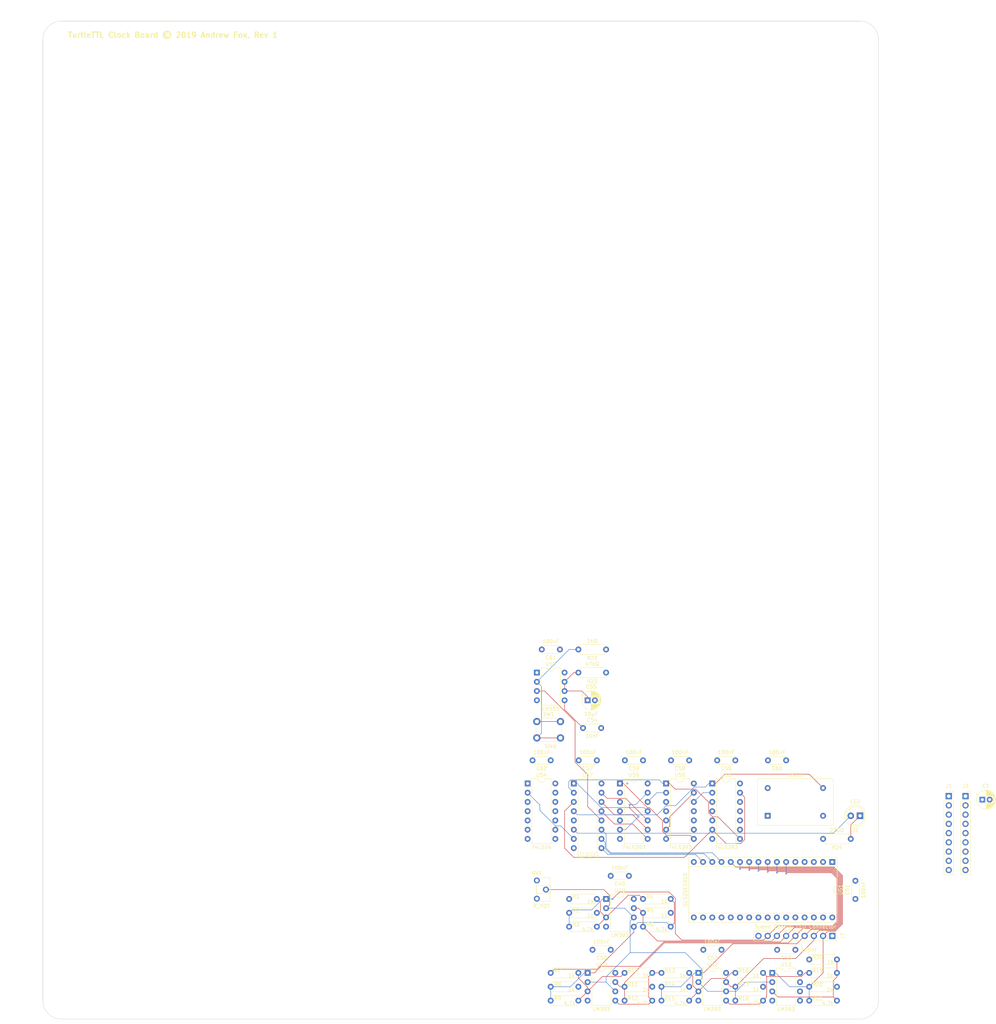
<source format=kicad_pcb>
(kicad_pcb (version 20171130) (host pcbnew "(5.1.0-0)")
  (title_block (title "TurtleTTL: Main Board") (comment 4 "Main board of the TurtleTTL microcomputer"))
  (layers (0 F.Cu signal) (1 GND.Cu power) (2 VCC.Cu power) (31 B.Cu signal) (34 B.Paste user) (35 F.Paste user) (36 B.SilkS user) (37 F.SilkS user) (38 B.Mask user) (39 F.Mask user) (44 Edge.Cuts user))
  (net 0 "")
  (net 1 GND)
  (net 2 VCC)
  (net 3 RegisterClock)
  (net 4 ~HLT)
  (net 5 "Net-(RV1-Pad2)")
  (net 6 FixedRateClock)
  (net 7 ControlClock)
  (net 8 ClockRate2)
  (net 9 ClockRate1)
  (net 10 ClockRate0)
  (net 11 CLK)
  (net 12 "Net-(U57-Pad15)")
  (net 13 "Net-(U57-Pad14)")
  (net 14 "Net-(U57-Pad13)")
  (net 15 "Net-(U58-Pad13)")
  (net 16 "Net-(J7-Pad8)")
  (net 17 "Net-(J7-Pad7)")
  (net 18 "Net-(J7-Pad6)")
  (net 19 "Net-(J7-Pad5)")
  (net 20 "Net-(J7-Pad4)")
  (net 21 "Net-(J7-Pad3)")
  (net 22 "Net-(J7-Pad2)")
  (net 23 "Net-(U57-Pad1)")
  (net 24 "Net-(C54-Pad1)")
  (net 25 "Net-(C55-Pad1)")
  (net 26 "Net-(D1-Pad1)")
  (net 27 "Net-(R1-Pad2)")
  (net 28 "Net-(R4-Pad2)")
  (net 29 "Net-(R10-Pad1)")
  (net 30 "Net-(R10-Pad2)")
  (net 31 "Net-(R13-Pad2)")
  (net 32 "Net-(R16-Pad2)")
  (net 33 "Net-(R19-Pad2)")
  (net 34 "Net-(R22-Pad2)")
  (net 35 "Net-(U54-Pad2)")
  (net 36 "Net-(U55-Pad3)")
  (net 37 "Net-(U56-Pad8)")
  (net 38 "Net-(U58-Pad8)")
  (net 39 "Net-(U59-Pad13)")
  (net 40 "Net-(OSC1-Pad8)")
  (module Button_Switch_THT:SW_PUSH_6mm_H5mm (layer F.Cu) (at 307.34 264.922)
    (fp_text reference SW1 (at 3.25 -2) (layer F.SilkS))
    (fp_text value Step (at 3.75 6.7) (layer F.SilkS))
    (pad 1 thru_hole circle (at 6.5 0 90) (size 2 2) (drill 1.1) (layers *.Cu *.Mask) (net 1 GND))
    (pad 2 thru_hole circle (at 6.5 4.5 90) (size 2 2) (drill 1.1) (layers *.Cu *.Mask) (net 34 "Net-(R22-Pad2)"))
    (pad 1 thru_hole circle (at 0 0 90) (size 2 2) (drill 1.1) (layers *.Cu *.Mask) (net 1 GND))
    (pad 2 thru_hole circle (at 0 4.5 90) (size 2 2) (drill 1.1) (layers *.Cu *.Mask) (net 34 "Net-(R22-Pad2)"))
  )
  (module Package_DIP:DIP-8_W7.62mm (layer F.Cu) (at 307.34 251.46)
    (fp_text reference U55 (at 3.81 -2.33) (layer F.SilkS))
    (fp_text value LM555 (at 3.81 9.95) (layer F.SilkS))
    (pad 8 thru_hole oval (at 7.62 0) (size 1.6 1.6) (drill 0.8) (layers *.Cu *.Mask) (net 2 VCC))
    (pad 4 thru_hole oval (at 0 7.62) (size 1.6 1.6) (drill 0.8) (layers *.Cu *.Mask) (net 2 VCC))
    (pad 7 thru_hole oval (at 7.62 2.54) (size 1.6 1.6) (drill 0.8) (layers *.Cu *.Mask) (net 25 "Net-(C55-Pad1)"))
    (pad 3 thru_hole oval (at 0 5.08) (size 1.6 1.6) (drill 0.8) (layers *.Cu *.Mask) (net 36 "Net-(U55-Pad3)"))
    (pad 6 thru_hole oval (at 7.62 5.08) (size 1.6 1.6) (drill 0.8) (layers *.Cu *.Mask) (net 25 "Net-(C55-Pad1)"))
    (pad 2 thru_hole oval (at 0 2.54) (size 1.6 1.6) (drill 0.8) (layers *.Cu *.Mask) (net 34 "Net-(R22-Pad2)"))
    (pad 5 thru_hole oval (at 7.62 7.62) (size 1.6 1.6) (drill 0.8) (layers *.Cu *.Mask) (net 24 "Net-(C54-Pad1)"))
    (pad 1 thru_hole rect (at 0 0) (size 1.6 1.6) (drill 0.8) (layers *.Cu *.Mask) (net 1 GND))
  )
  (module Capacitor_THT:CP_Radial_D5.0mm_P2.00mm (layer F.Cu) (at 321.31 259.08)
    (fp_text reference C55 (at 1 -3.75) (layer F.SilkS))
    (fp_text value 10µF (at 1 3.75) (layer F.SilkS))
    (pad 2 thru_hole circle (at 2 0) (size 1.6 1.6) (drill 0.8) (layers *.Cu *.Mask) (net 1 GND))
    (pad 1 thru_hole rect (at 0 0) (size 1.6 1.6) (drill 0.8) (layers *.Cu *.Mask) (net 25 "Net-(C55-Pad1)"))
  )
  (module Resistor_THT:R_Axial_DIN0207_L6.3mm_D2.5mm_P7.62mm_Horizontal (layer F.Cu) (at 326.39 245.11 180)
    (fp_text reference R22 (at 3.81 -2.37 180) (layer F.SilkS))
    (fp_text value 1kΩ (at 3.81 2.37 180) (layer F.SilkS))
    (pad 2 thru_hole oval (at 7.62 0 180) (size 1.6 1.6) (drill 0.8) (layers *.Cu *.Mask) (net 34 "Net-(R22-Pad2)"))
    (pad 1 thru_hole circle (at 0 0 180) (size 1.6 1.6) (drill 0.8) (layers *.Cu *.Mask) (net 2 VCC))
  )
  (module Capacitor_THT:C_Disc_D4.3mm_W1.9mm_P5.00mm (layer F.Cu) (at 320.04 266.7)
    (fp_text reference C54 (at 2.5 -2.2) (layer F.SilkS))
    (fp_text value 10nF (at 2.5 2.2) (layer F.SilkS))
    (pad 2 thru_hole circle (at 5 0) (size 1.6 1.6) (drill 0.8) (layers *.Cu *.Mask) (net 1 GND))
    (pad 1 thru_hole circle (at 0 0) (size 1.6 1.6) (drill 0.8) (layers *.Cu *.Mask) (net 24 "Net-(C54-Pad1)"))
  )
  (module Resistor_THT:R_Axial_DIN0207_L6.3mm_D2.5mm_P7.62mm_Horizontal (layer F.Cu) (at 326.39 251.46 180)
    (fp_text reference R23 (at 3.81 -2.37 180) (layer F.SilkS))
    (fp_text value 47kΩ (at 3.81 2.37 180) (layer F.SilkS))
    (pad 2 thru_hole oval (at 7.62 0 180) (size 1.6 1.6) (drill 0.8) (layers *.Cu *.Mask) (net 25 "Net-(C55-Pad1)"))
    (pad 1 thru_hole circle (at 0 0 180) (size 1.6 1.6) (drill 0.8) (layers *.Cu *.Mask) (net 2 VCC))
  )
  (module Capacitor_THT:C_Disc_D4.3mm_W1.9mm_P5.00mm (layer F.Cu) (at 313.69 245.11 180)
    (fp_text reference C61 (at 2.5 -2.2 180) (layer F.SilkS))
    (fp_text value 100nF (at 2.5 2.2 180) (layer F.SilkS))
    (pad 2 thru_hole circle (at 5 0 180) (size 1.6 1.6) (drill 0.8) (layers *.Cu *.Mask) (net 1 GND))
    (pad 1 thru_hole circle (at 0 0 180) (size 1.6 1.6) (drill 0.8) (layers *.Cu *.Mask) (net 2 VCC))
  )
  (module Connector_PinSocket_2.54mm:PinSocket_1x09_P2.54mm_Vertical (layer F.Cu) (at 425.255225 285.435)
    (fp_text reference J2 (at 0 -2.77) (layer F.SilkS))
    (fp_text value Conn_01x09_Female)
    (pad 9 thru_hole oval (at 0 20.32) (size 1.7 1.7) (drill 1) (layers *.Cu *.Mask) (net 2 VCC))
    (pad 8 thru_hole oval (at 0 17.78) (size 1.7 1.7) (drill 1) (layers *.Cu *.Mask) (net 1 GND))
    (pad 7 thru_hole oval (at 0 15.24) (size 1.7 1.7) (drill 1) (layers *.Cu *.Mask) (net 4 ~HLT))
    (pad 6 thru_hole oval (at 0 12.7) (size 1.7 1.7) (drill 1) (layers *.Cu *.Mask) (net 1 GND))
    (pad 5 thru_hole oval (at 0 10.16) (size 1.7 1.7) (drill 1) (layers *.Cu *.Mask) (net 6 FixedRateClock))
    (pad 4 thru_hole oval (at 0 7.62) (size 1.7 1.7) (drill 1) (layers *.Cu *.Mask) (net 1 GND))
    (pad 3 thru_hole oval (at 0 5.08) (size 1.7 1.7) (drill 1) (layers *.Cu *.Mask) (net 11 CLK))
    (pad 2 thru_hole oval (at 0 2.54) (size 1.7 1.7) (drill 1) (layers *.Cu *.Mask) (net 1 GND))
    (pad 1 thru_hole rect (at 0 0) (size 1.7 1.7) (drill 1) (layers *.Cu *.Mask) (net 3 RegisterClock))
  )
  (module Connector_PinSocket_2.54mm:PinSocket_1x09_P2.54mm_Vertical (layer F.Cu) (at 420.655225 285.435)
    (fp_text reference J1 (at 0 -2.77) (layer F.SilkS))
    (fp_text value Conn_01x09_Female)
    (pad 9 thru_hole oval (at 0 20.32) (size 1.7 1.7) (drill 1) (layers *.Cu *.Mask) (net 2 VCC))
    (pad 8 thru_hole oval (at 0 17.78) (size 1.7 1.7) (drill 1) (layers *.Cu *.Mask) (net 1 GND))
    (pad 7 thru_hole oval (at 0 15.24) (size 1.7 1.7) (drill 1) (layers *.Cu *.Mask) (net 4 ~HLT))
    (pad 6 thru_hole oval (at 0 12.7) (size 1.7 1.7) (drill 1) (layers *.Cu *.Mask) (net 1 GND))
    (pad 5 thru_hole oval (at 0 10.16) (size 1.7 1.7) (drill 1) (layers *.Cu *.Mask) (net 6 FixedRateClock))
    (pad 4 thru_hole oval (at 0 7.62) (size 1.7 1.7) (drill 1) (layers *.Cu *.Mask) (net 1 GND))
    (pad 3 thru_hole oval (at 0 5.08) (size 1.7 1.7) (drill 1) (layers *.Cu *.Mask) (net 11 CLK))
    (pad 2 thru_hole oval (at 0 2.54) (size 1.7 1.7) (drill 1) (layers *.Cu *.Mask) (net 1 GND))
    (pad 1 thru_hole rect (at 0 0) (size 1.7 1.7) (drill 1) (layers *.Cu *.Mask) (net 3 RegisterClock))
  )
  (module Capacitor_THT:CP_Radial_D5.0mm_P2.00mm (layer F.Cu) (at 429.895 286.385)
    (fp_text reference C1 (at 1 -3.75) (layer F.SilkS))
    (fp_text value 22µF)
    (pad 2 thru_hole circle (at 2 0) (size 1.6 1.6) (drill 0.8) (layers *.Cu *.Mask) (net 1 GND))
    (pad 1 thru_hole rect (at 0 0) (size 1.6 1.6) (drill 0.8) (layers *.Cu *.Mask) (net 2 VCC))
  )
  (module Resistor_THT:R_Axial_DIN0207_L6.3mm_D2.5mm_P7.62mm_Horizontal (layer F.Cu) (at 382.27 330.327)
    (fp_text reference R30 (at 2.286 -0.635) (layer F.SilkS))
    (fp_text value 1k (at 5.842 0.635) (layer F.SilkS))
    (pad 2 thru_hole oval (at 7.62 0) (size 1.6 1.6) (drill 0.8) (layers *.Cu *.Mask) (net 33 "Net-(R19-Pad2)"))
    (pad 1 thru_hole circle (at 0 0) (size 1.6 1.6) (drill 0.8) (layers *.Cu *.Mask) (net 2 VCC))
  )
  (module Oscillator:Oscillator_DIP-14 (layer F.Cu) (at 370.84 290.83)
    (fp_text reference OSC1 (at 7.62 -11.26) (layer F.SilkS))
    (fp_text value 10MHz)
    (pad 7 thru_hole circle (at 15.24 0) (size 1.6 1.6) (drill 0.8) (layers *.Cu *.Mask) (net 1 GND))
    (pad 8 thru_hole circle (at 15.24 -7.62) (size 1.6 1.6) (drill 0.8) (layers *.Cu *.Mask) (net 40 "Net-(OSC1-Pad8)"))
    (pad 14 thru_hole circle (at 0 -7.62) (size 1.6 1.6) (drill 0.8) (layers *.Cu *.Mask) (net 2 VCC))
    (pad 1 thru_hole rect (at 0 0) (size 1.6 1.6) (drill 0.8) (layers *.Cu *.Mask))
  )
  (module Package_DIP:DIP-14_W7.62mm (layer F.Cu) (at 330.2 281.94)
    (fp_text reference U59 (at 3.81 -2.33) (layer F.SilkS))
    (fp_text value 74LS393 (at 3.81 17.57) (layer F.SilkS))
    (pad 14 thru_hole oval (at 7.62 0) (size 1.6 1.6) (drill 0.8) (layers *.Cu *.Mask))
    (pad 7 thru_hole oval (at 0 15.24) (size 1.6 1.6) (drill 0.8) (layers *.Cu *.Mask))
    (pad 13 thru_hole oval (at 7.62 2.54) (size 1.6 1.6) (drill 0.8) (layers *.Cu *.Mask) (net 39 "Net-(U59-Pad13)"))
    (pad 6 thru_hole oval (at 0 12.7) (size 1.6 1.6) (drill 0.8) (layers *.Cu *.Mask) (net 39 "Net-(U59-Pad13)"))
    (pad 12 thru_hole oval (at 7.62 5.08) (size 1.6 1.6) (drill 0.8) (layers *.Cu *.Mask) (net 1 GND))
    (pad 5 thru_hole oval (at 0 10.16) (size 1.6 1.6) (drill 0.8) (layers *.Cu *.Mask))
    (pad 11 thru_hole oval (at 7.62 7.62) (size 1.6 1.6) (drill 0.8) (layers *.Cu *.Mask) (net 23 "Net-(U57-Pad1)"))
    (pad 4 thru_hole oval (at 0 7.62) (size 1.6 1.6) (drill 0.8) (layers *.Cu *.Mask))
    (pad 10 thru_hole oval (at 7.62 10.16) (size 1.6 1.6) (drill 0.8) (layers *.Cu *.Mask) (net 12 "Net-(U57-Pad15)"))
    (pad 3 thru_hole oval (at 0 5.08) (size 1.6 1.6) (drill 0.8) (layers *.Cu *.Mask))
    (pad 9 thru_hole oval (at 7.62 12.7) (size 1.6 1.6) (drill 0.8) (layers *.Cu *.Mask) (net 13 "Net-(U57-Pad14)"))
    (pad 2 thru_hole oval (at 0 2.54) (size 1.6 1.6) (drill 0.8) (layers *.Cu *.Mask) (net 1 GND))
    (pad 8 thru_hole oval (at 7.62 15.24) (size 1.6 1.6) (drill 0.8) (layers *.Cu *.Mask) (net 14 "Net-(U57-Pad13)"))
    (pad 1 thru_hole rect (at 0 0) (size 1.6 1.6) (drill 0.8) (layers *.Cu *.Mask) (net 38 "Net-(U58-Pad8)"))
  )
  (module Package_DIP:DIP-14_W7.62mm (layer F.Cu) (at 342.9 281.94)
    (fp_text reference U58 (at 3.81 -2.33) (layer F.SilkS))
    (fp_text value 74LS393 (at 3.81 17.57) (layer F.SilkS))
    (pad 14 thru_hole oval (at 7.62 0) (size 1.6 1.6) (drill 0.8) (layers *.Cu *.Mask))
    (pad 7 thru_hole oval (at 0 15.24) (size 1.6 1.6) (drill 0.8) (layers *.Cu *.Mask))
    (pad 13 thru_hole oval (at 7.62 2.54) (size 1.6 1.6) (drill 0.8) (layers *.Cu *.Mask) (net 15 "Net-(U58-Pad13)"))
    (pad 6 thru_hole oval (at 0 12.7) (size 1.6 1.6) (drill 0.8) (layers *.Cu *.Mask) (net 15 "Net-(U58-Pad13)"))
    (pad 12 thru_hole oval (at 7.62 5.08) (size 1.6 1.6) (drill 0.8) (layers *.Cu *.Mask) (net 1 GND))
    (pad 5 thru_hole oval (at 0 10.16) (size 1.6 1.6) (drill 0.8) (layers *.Cu *.Mask))
    (pad 11 thru_hole oval (at 7.62 7.62) (size 1.6 1.6) (drill 0.8) (layers *.Cu *.Mask))
    (pad 4 thru_hole oval (at 0 7.62) (size 1.6 1.6) (drill 0.8) (layers *.Cu *.Mask))
    (pad 10 thru_hole oval (at 7.62 10.16) (size 1.6 1.6) (drill 0.8) (layers *.Cu *.Mask))
    (pad 3 thru_hole oval (at 0 5.08) (size 1.6 1.6) (drill 0.8) (layers *.Cu *.Mask))
    (pad 9 thru_hole oval (at 7.62 12.7) (size 1.6 1.6) (drill 0.8) (layers *.Cu *.Mask))
    (pad 2 thru_hole oval (at 0 2.54) (size 1.6 1.6) (drill 0.8) (layers *.Cu *.Mask) (net 1 GND))
    (pad 8 thru_hole oval (at 7.62 15.24) (size 1.6 1.6) (drill 0.8) (layers *.Cu *.Mask) (net 38 "Net-(U58-Pad8)"))
    (pad 1 thru_hole rect (at 0 0) (size 1.6 1.6) (drill 0.8) (layers *.Cu *.Mask) (net 37 "Net-(U56-Pad8)"))
  )
  (module Package_DIP:DIP-16_W7.62mm (layer F.Cu) (at 317.5 281.94)
    (fp_text reference U57 (at 3.81 -2.33) (layer F.SilkS))
    (fp_text value 74LS151 (at 3.81 20.11) (layer F.SilkS))
    (pad 16 thru_hole oval (at 7.62 0) (size 1.6 1.6) (drill 0.8) (layers *.Cu *.Mask) (net 2 VCC))
    (pad 8 thru_hole oval (at 0 17.78) (size 1.6 1.6) (drill 0.8) (layers *.Cu *.Mask) (net 1 GND))
    (pad 15 thru_hole oval (at 7.62 2.54) (size 1.6 1.6) (drill 0.8) (layers *.Cu *.Mask) (net 12 "Net-(U57-Pad15)"))
    (pad 7 thru_hole oval (at 0 15.24) (size 1.6 1.6) (drill 0.8) (layers *.Cu *.Mask) (net 35 "Net-(U54-Pad2)"))
    (pad 14 thru_hole oval (at 7.62 5.08) (size 1.6 1.6) (drill 0.8) (layers *.Cu *.Mask) (net 13 "Net-(U57-Pad14)"))
    (pad 6 thru_hole oval (at 0 12.7) (size 1.6 1.6) (drill 0.8) (layers *.Cu *.Mask) (net 3 RegisterClock))
    (pad 13 thru_hole oval (at 7.62 7.62) (size 1.6 1.6) (drill 0.8) (layers *.Cu *.Mask) (net 14 "Net-(U57-Pad13)"))
    (pad 5 thru_hole oval (at 0 10.16) (size 1.6 1.6) (drill 0.8) (layers *.Cu *.Mask))
    (pad 12 thru_hole oval (at 7.62 10.16) (size 1.6 1.6) (drill 0.8) (layers *.Cu *.Mask) (net 36 "Net-(U55-Pad3)"))
    (pad 4 thru_hole oval (at 0 7.62) (size 1.6 1.6) (drill 0.8) (layers *.Cu *.Mask) (net 40 "Net-(OSC1-Pad8)"))
    (pad 11 thru_hole oval (at 7.62 12.7) (size 1.6 1.6) (drill 0.8) (layers *.Cu *.Mask) (net 10 ClockRate0))
    (pad 3 thru_hole oval (at 0 5.08) (size 1.6 1.6) (drill 0.8) (layers *.Cu *.Mask) (net 6 FixedRateClock))
    (pad 10 thru_hole oval (at 7.62 15.24) (size 1.6 1.6) (drill 0.8) (layers *.Cu *.Mask) (net 9 ClockRate1))
    (pad 2 thru_hole oval (at 0 2.54) (size 1.6 1.6) (drill 0.8) (layers *.Cu *.Mask) (net 37 "Net-(U56-Pad8)"))
    (pad 9 thru_hole oval (at 7.62 17.78) (size 1.6 1.6) (drill 0.8) (layers *.Cu *.Mask) (net 8 ClockRate2))
    (pad 1 thru_hole rect (at 0 0) (size 1.6 1.6) (drill 0.8) (layers *.Cu *.Mask) (net 23 "Net-(U57-Pad1)"))
  )
  (module Package_DIP:DIP-14_W7.62mm (layer F.Cu) (at 355.6 281.94)
    (fp_text reference U56 (at 3.81 -2.33) (layer F.SilkS))
    (fp_text value 74LS393 (at 3.81 17.57) (layer F.SilkS))
    (pad 14 thru_hole oval (at 7.62 0) (size 1.6 1.6) (drill 0.8) (layers *.Cu *.Mask))
    (pad 7 thru_hole oval (at 0 15.24) (size 1.6 1.6) (drill 0.8) (layers *.Cu *.Mask))
    (pad 13 thru_hole oval (at 7.62 2.54) (size 1.6 1.6) (drill 0.8) (layers *.Cu *.Mask) (net 6 FixedRateClock))
    (pad 6 thru_hole oval (at 0 12.7) (size 1.6 1.6) (drill 0.8) (layers *.Cu *.Mask) (net 6 FixedRateClock))
    (pad 12 thru_hole oval (at 7.62 5.08) (size 1.6 1.6) (drill 0.8) (layers *.Cu *.Mask) (net 1 GND))
    (pad 5 thru_hole oval (at 0 10.16) (size 1.6 1.6) (drill 0.8) (layers *.Cu *.Mask))
    (pad 11 thru_hole oval (at 7.62 7.62) (size 1.6 1.6) (drill 0.8) (layers *.Cu *.Mask))
    (pad 4 thru_hole oval (at 0 7.62) (size 1.6 1.6) (drill 0.8) (layers *.Cu *.Mask))
    (pad 10 thru_hole oval (at 7.62 10.16) (size 1.6 1.6) (drill 0.8) (layers *.Cu *.Mask))
    (pad 3 thru_hole oval (at 0 5.08) (size 1.6 1.6) (drill 0.8) (layers *.Cu *.Mask))
    (pad 9 thru_hole oval (at 7.62 12.7) (size 1.6 1.6) (drill 0.8) (layers *.Cu *.Mask))
    (pad 2 thru_hole oval (at 0 2.54) (size 1.6 1.6) (drill 0.8) (layers *.Cu *.Mask) (net 1 GND))
    (pad 8 thru_hole oval (at 7.62 15.24) (size 1.6 1.6) (drill 0.8) (layers *.Cu *.Mask) (net 37 "Net-(U56-Pad8)"))
    (pad 1 thru_hole rect (at 0 0) (size 1.6 1.6) (drill 0.8) (layers *.Cu *.Mask) (net 40 "Net-(OSC1-Pad8)"))
  )
  (module Package_DIP:DIP-14_W7.62mm (layer F.Cu) (at 304.8 281.94)
    (fp_text reference U54 (at 3.81 -2.33) (layer F.SilkS))
    (fp_text value 74LS04 (at 3.81 17.57) (layer F.SilkS))
    (pad 14 thru_hole oval (at 7.62 0) (size 1.6 1.6) (drill 0.8) (layers *.Cu *.Mask) (net 2 VCC))
    (pad 7 thru_hole oval (at 0 15.24) (size 1.6 1.6) (drill 0.8) (layers *.Cu *.Mask) (net 1 GND))
    (pad 13 thru_hole oval (at 7.62 2.54) (size 1.6 1.6) (drill 0.8) (layers *.Cu *.Mask) (net 2 VCC))
    (pad 6 thru_hole oval (at 0 12.7) (size 1.6 1.6) (drill 0.8) (layers *.Cu *.Mask))
    (pad 12 thru_hole oval (at 7.62 5.08) (size 1.6 1.6) (drill 0.8) (layers *.Cu *.Mask))
    (pad 5 thru_hole oval (at 0 10.16) (size 1.6 1.6) (drill 0.8) (layers *.Cu *.Mask) (net 2 VCC))
    (pad 11 thru_hole oval (at 7.62 7.62) (size 1.6 1.6) (drill 0.8) (layers *.Cu *.Mask) (net 2 VCC))
    (pad 4 thru_hole oval (at 0 7.62) (size 1.6 1.6) (drill 0.8) (layers *.Cu *.Mask))
    (pad 10 thru_hole oval (at 7.62 10.16) (size 1.6 1.6) (drill 0.8) (layers *.Cu *.Mask))
    (pad 3 thru_hole oval (at 0 5.08) (size 1.6 1.6) (drill 0.8) (layers *.Cu *.Mask) (net 2 VCC))
    (pad 9 thru_hole oval (at 7.62 12.7) (size 1.6 1.6) (drill 0.8) (layers *.Cu *.Mask) (net 2 VCC))
    (pad 2 thru_hole oval (at 0 2.54) (size 1.6 1.6) (drill 0.8) (layers *.Cu *.Mask) (net 35 "Net-(U54-Pad2)"))
    (pad 8 thru_hole oval (at 7.62 15.24) (size 1.6 1.6) (drill 0.8) (layers *.Cu *.Mask))
    (pad 1 thru_hole rect (at 0 0) (size 1.6 1.6) (drill 0.8) (layers *.Cu *.Mask))
  )
  (module Package_DIP:DIP-8_W7.62mm (layer F.Cu) (at 372.11 334.01)
    (fp_text reference U53 (at 3.81 -2.33) (layer F.SilkS))
    (fp_text value LM393 (at 3.81 9.95) (layer F.SilkS))
    (pad 8 thru_hole oval (at 7.62 0) (size 1.6 1.6) (drill 0.8) (layers *.Cu *.Mask) (net 2 VCC))
    (pad 4 thru_hole oval (at 0 7.62) (size 1.6 1.6) (drill 0.8) (layers *.Cu *.Mask) (net 1 GND))
    (pad 7 thru_hole oval (at 7.62 2.54) (size 1.6 1.6) (drill 0.8) (layers *.Cu *.Mask))
    (pad 3 thru_hole oval (at 0 5.08) (size 1.6 1.6) (drill 0.8) (layers *.Cu *.Mask) (net 33 "Net-(R19-Pad2)"))
    (pad 6 thru_hole oval (at 7.62 5.08) (size 1.6 1.6) (drill 0.8) (layers *.Cu *.Mask) (net 2 VCC))
    (pad 2 thru_hole oval (at 0 2.54) (size 1.6 1.6) (drill 0.8) (layers *.Cu *.Mask) (net 5 "Net-(RV1-Pad2)"))
    (pad 5 thru_hole oval (at 7.62 7.62) (size 1.6 1.6) (drill 0.8) (layers *.Cu *.Mask) (net 2 VCC))
    (pad 1 thru_hole rect (at 0 0) (size 1.6 1.6) (drill 0.8) (layers *.Cu *.Mask) (net 22 "Net-(J7-Pad2)"))
  )
  (module Package_DIP:DIP-8_W7.62mm (layer F.Cu) (at 351.79 334.01)
    (fp_text reference U52 (at 3.81 -2.33) (layer F.SilkS))
    (fp_text value LM393 (at 3.81 9.95) (layer F.SilkS))
    (pad 8 thru_hole oval (at 7.62 0) (size 1.6 1.6) (drill 0.8) (layers *.Cu *.Mask) (net 2 VCC))
    (pad 4 thru_hole oval (at 0 7.62) (size 1.6 1.6) (drill 0.8) (layers *.Cu *.Mask) (net 1 GND))
    (pad 7 thru_hole oval (at 7.62 2.54) (size 1.6 1.6) (drill 0.8) (layers *.Cu *.Mask) (net 21 "Net-(J7-Pad3)"))
    (pad 3 thru_hole oval (at 0 5.08) (size 1.6 1.6) (drill 0.8) (layers *.Cu *.Mask) (net 31 "Net-(R13-Pad2)"))
    (pad 6 thru_hole oval (at 7.62 5.08) (size 1.6 1.6) (drill 0.8) (layers *.Cu *.Mask) (net 5 "Net-(RV1-Pad2)"))
    (pad 2 thru_hole oval (at 0 2.54) (size 1.6 1.6) (drill 0.8) (layers *.Cu *.Mask) (net 5 "Net-(RV1-Pad2)"))
    (pad 5 thru_hole oval (at 7.62 7.62) (size 1.6 1.6) (drill 0.8) (layers *.Cu *.Mask) (net 32 "Net-(R16-Pad2)"))
    (pad 1 thru_hole rect (at 0 0) (size 1.6 1.6) (drill 0.8) (layers *.Cu *.Mask) (net 20 "Net-(J7-Pad4)"))
  )
  (module Package_DIP:DIP-32_W15.24mm_Socket (layer F.Cu) (at 388.6162 303.5282 270)
    (fp_text reference U51 (at 7.62 -2.33 270) (layer F.SilkS))
    (fp_text value GLS29EE010 (at 7.62 40.43 270) (layer F.SilkS))
    (pad 32 thru_hole oval (at 15.24 0 270) (size 1.6 1.6) (drill 0.8) (layers *.Cu *.Mask) (net 2 VCC))
    (pad 16 thru_hole oval (at 0 38.1 270) (size 1.6 1.6) (drill 0.8) (layers *.Cu *.Mask) (net 1 GND))
    (pad 31 thru_hole oval (at 15.24 2.54 270) (size 1.6 1.6) (drill 0.8) (layers *.Cu *.Mask) (net 2 VCC))
    (pad 15 thru_hole oval (at 0 35.56 270) (size 1.6 1.6) (drill 0.8) (layers *.Cu *.Mask) (net 8 ClockRate2))
    (pad 30 thru_hole oval (at 15.24 5.08 270) (size 1.6 1.6) (drill 0.8) (layers *.Cu *.Mask))
    (pad 14 thru_hole oval (at 0 33.02 270) (size 1.6 1.6) (drill 0.8) (layers *.Cu *.Mask) (net 9 ClockRate1))
    (pad 29 thru_hole oval (at 15.24 7.62 270) (size 1.6 1.6) (drill 0.8) (layers *.Cu *.Mask) (net 1 GND))
    (pad 13 thru_hole oval (at 0 30.48 270) (size 1.6 1.6) (drill 0.8) (layers *.Cu *.Mask) (net 10 ClockRate0))
    (pad 28 thru_hole oval (at 15.24 10.16 270) (size 1.6 1.6) (drill 0.8) (layers *.Cu *.Mask) (net 1 GND))
    (pad 12 thru_hole oval (at 0 27.94 270) (size 1.6 1.6) (drill 0.8) (layers *.Cu *.Mask) (net 22 "Net-(J7-Pad2)"))
    (pad 27 thru_hole oval (at 15.24 12.7 270) (size 1.6 1.6) (drill 0.8) (layers *.Cu *.Mask) (net 1 GND))
    (pad 11 thru_hole oval (at 0 25.4 270) (size 1.6 1.6) (drill 0.8) (layers *.Cu *.Mask) (net 21 "Net-(J7-Pad3)"))
    (pad 26 thru_hole oval (at 15.24 15.24 270) (size 1.6 1.6) (drill 0.8) (layers *.Cu *.Mask) (net 1 GND))
    (pad 10 thru_hole oval (at 0 22.86 270) (size 1.6 1.6) (drill 0.8) (layers *.Cu *.Mask) (net 20 "Net-(J7-Pad4)"))
    (pad 25 thru_hole oval (at 15.24 17.78 270) (size 1.6 1.6) (drill 0.8) (layers *.Cu *.Mask) (net 1 GND))
    (pad 9 thru_hole oval (at 0 20.32 270) (size 1.6 1.6) (drill 0.8) (layers *.Cu *.Mask) (net 19 "Net-(J7-Pad5)"))
    (pad 24 thru_hole oval (at 15.24 20.32 270) (size 1.6 1.6) (drill 0.8) (layers *.Cu *.Mask) (net 1 GND))
    (pad 8 thru_hole oval (at 0 17.78 270) (size 1.6 1.6) (drill 0.8) (layers *.Cu *.Mask) (net 18 "Net-(J7-Pad6)"))
    (pad 23 thru_hole oval (at 15.24 22.86 270) (size 1.6 1.6) (drill 0.8) (layers *.Cu *.Mask) (net 1 GND))
    (pad 7 thru_hole oval (at 0 15.24 270) (size 1.6 1.6) (drill 0.8) (layers *.Cu *.Mask) (net 17 "Net-(J7-Pad7)"))
    (pad 22 thru_hole oval (at 15.24 25.4 270) (size 1.6 1.6) (drill 0.8) (layers *.Cu *.Mask) (net 1 GND))
    (pad 6 thru_hole oval (at 0 12.7 270) (size 1.6 1.6) (drill 0.8) (layers *.Cu *.Mask) (net 16 "Net-(J7-Pad8)"))
    (pad 21 thru_hole oval (at 15.24 27.94 270) (size 1.6 1.6) (drill 0.8) (layers *.Cu *.Mask))
    (pad 5 thru_hole oval (at 0 10.16 270) (size 1.6 1.6) (drill 0.8) (layers *.Cu *.Mask) (net 1 GND))
    (pad 20 thru_hole oval (at 15.24 30.48 270) (size 1.6 1.6) (drill 0.8) (layers *.Cu *.Mask))
    (pad 4 thru_hole oval (at 0 7.62 270) (size 1.6 1.6) (drill 0.8) (layers *.Cu *.Mask) (net 1 GND))
    (pad 19 thru_hole oval (at 15.24 33.02 270) (size 1.6 1.6) (drill 0.8) (layers *.Cu *.Mask))
    (pad 3 thru_hole oval (at 0 5.08 270) (size 1.6 1.6) (drill 0.8) (layers *.Cu *.Mask) (net 1 GND))
    (pad 18 thru_hole oval (at 15.24 35.56 270) (size 1.6 1.6) (drill 0.8) (layers *.Cu *.Mask))
    (pad 2 thru_hole oval (at 0 2.54 270) (size 1.6 1.6) (drill 0.8) (layers *.Cu *.Mask) (net 1 GND))
    (pad 17 thru_hole oval (at 15.24 38.1 270) (size 1.6 1.6) (drill 0.8) (layers *.Cu *.Mask))
    (pad 1 thru_hole rect (at 0 0 270) (size 1.6 1.6) (drill 0.8) (layers *.Cu *.Mask))
  )
  (module Package_DIP:DIP-8_W7.62mm (layer F.Cu) (at 321.31 334.01)
    (fp_text reference U50 (at 3.81 -2.33) (layer F.SilkS))
    (fp_text value LM393 (at 3.81 9.95) (layer F.SilkS))
    (pad 8 thru_hole oval (at 7.62 0) (size 1.6 1.6) (drill 0.8) (layers *.Cu *.Mask) (net 2 VCC))
    (pad 4 thru_hole oval (at 0 7.62) (size 1.6 1.6) (drill 0.8) (layers *.Cu *.Mask) (net 1 GND))
    (pad 7 thru_hole oval (at 7.62 2.54) (size 1.6 1.6) (drill 0.8) (layers *.Cu *.Mask) (net 19 "Net-(J7-Pad5)"))
    (pad 3 thru_hole oval (at 0 5.08) (size 1.6 1.6) (drill 0.8) (layers *.Cu *.Mask) (net 29 "Net-(R10-Pad1)"))
    (pad 6 thru_hole oval (at 7.62 5.08) (size 1.6 1.6) (drill 0.8) (layers *.Cu *.Mask) (net 5 "Net-(RV1-Pad2)"))
    (pad 2 thru_hole oval (at 0 2.54) (size 1.6 1.6) (drill 0.8) (layers *.Cu *.Mask) (net 5 "Net-(RV1-Pad2)"))
    (pad 5 thru_hole oval (at 7.62 7.62) (size 1.6 1.6) (drill 0.8) (layers *.Cu *.Mask) (net 30 "Net-(R10-Pad2)"))
    (pad 1 thru_hole rect (at 0 0) (size 1.6 1.6) (drill 0.8) (layers *.Cu *.Mask) (net 18 "Net-(J7-Pad6)"))
  )
  (module Package_DIP:DIP-8_W7.62mm (layer F.Cu) (at 326.39 313.69)
    (fp_text reference U49 (at 3.81 -2.33) (layer F.SilkS))
    (fp_text value LM393 (at 3.81 9.95) (layer F.SilkS))
    (pad 8 thru_hole oval (at 7.62 0) (size 1.6 1.6) (drill 0.8) (layers *.Cu *.Mask) (net 2 VCC))
    (pad 4 thru_hole oval (at 0 7.62) (size 1.6 1.6) (drill 0.8) (layers *.Cu *.Mask) (net 1 GND))
    (pad 7 thru_hole oval (at 7.62 2.54) (size 1.6 1.6) (drill 0.8) (layers *.Cu *.Mask) (net 17 "Net-(J7-Pad7)"))
    (pad 3 thru_hole oval (at 0 5.08) (size 1.6 1.6) (drill 0.8) (layers *.Cu *.Mask) (net 27 "Net-(R1-Pad2)"))
    (pad 6 thru_hole oval (at 7.62 5.08) (size 1.6 1.6) (drill 0.8) (layers *.Cu *.Mask) (net 5 "Net-(RV1-Pad2)"))
    (pad 2 thru_hole oval (at 0 2.54) (size 1.6 1.6) (drill 0.8) (layers *.Cu *.Mask) (net 5 "Net-(RV1-Pad2)"))
    (pad 5 thru_hole oval (at 7.62 7.62) (size 1.6 1.6) (drill 0.8) (layers *.Cu *.Mask) (net 28 "Net-(R4-Pad2)"))
    (pad 1 thru_hole rect (at 0 0) (size 1.6 1.6) (drill 0.8) (layers *.Cu *.Mask) (net 16 "Net-(J7-Pad8)"))
  )
  (module Potentiometer_THT:Potentiometer_ACP_CA6-H2,5_Horizontal (layer F.Cu) (at 307.34 308.61)
    (fp_text reference RV1 (at 0 -2.06) (layer F.SilkS))
    (fp_text value R_POT (at 1.27 7.06) (layer F.SilkS))
    (pad 1 thru_hole circle (at 0 0) (size 1.62 1.62) (drill 0.9) (layers *.Cu *.Mask) (net 2 VCC))
    (pad 2 thru_hole circle (at 2.5 2.5) (size 1.62 1.62) (drill 0.9) (layers *.Cu *.Mask) (net 5 "Net-(RV1-Pad2)"))
    (pad 3 thru_hole circle (at 0 5) (size 1.62 1.62) (drill 0.9) (layers *.Cu *.Mask) (net 1 GND))
  )
  (module Resistor_THT:R_Axial_DIN0207_L6.3mm_D2.5mm_P7.62mm_Horizontal (layer F.Cu) (at 393.7 297.18 180)
    (fp_text reference R24 (at 3.81 -2.37 180) (layer F.SilkS))
    (fp_text value 220Ω (at 3.81 2.37 180) (layer F.SilkS))
    (pad 2 thru_hole oval (at 7.62 0 180) (size 1.6 1.6) (drill 0.8) (layers *.Cu *.Mask) (net 1 GND))
    (pad 1 thru_hole circle (at 0 0 180) (size 1.6 1.6) (drill 0.8) (layers *.Cu *.Mask) (net 26 "Net-(D1-Pad1)"))
  )
  (module Resistor_THT:R_Axial_DIN0207_L6.3mm_D2.5mm_P7.62mm_Horizontal (layer F.Cu) (at 382.27 341.63)
    (fp_text reference R21 (at 2.286 -0.592) (layer F.SilkS))
    (fp_text value 4.7k (at 5.08 0.719) (layer F.SilkS))
    (pad 2 thru_hole oval (at 7.62 0) (size 1.6 1.6) (drill 0.8) (layers *.Cu *.Mask) (net 33 "Net-(R19-Pad2)"))
    (pad 1 thru_hole circle (at 0 0) (size 1.6 1.6) (drill 0.8) (layers *.Cu *.Mask) (net 22 "Net-(J7-Pad2)"))
  )
  (module Resistor_THT:R_Axial_DIN0207_L6.3mm_D2.5mm_P7.62mm_Horizontal (layer F.Cu) (at 382.27 337.82)
    (fp_text reference R20 (at 2.286 -0.592) (layer F.SilkS))
    (fp_text value 1k (at 5.715 0.719) (layer F.SilkS))
    (pad 2 thru_hole oval (at 7.62 0) (size 1.6 1.6) (drill 0.8) (layers *.Cu *.Mask) (net 2 VCC))
    (pad 1 thru_hole circle (at 0 0) (size 1.6 1.6) (drill 0.8) (layers *.Cu *.Mask) (net 22 "Net-(J7-Pad2)"))
  )
  (module Resistor_THT:R_Axial_DIN0207_L6.3mm_D2.5mm_P7.62mm_Horizontal (layer F.Cu) (at 382.27 334.01)
    (fp_text reference R19 (at 2.286 -0.592) (layer F.SilkS))
    (fp_text value 1k (at 5.715 0.719) (layer F.SilkS))
    (pad 2 thru_hole oval (at 7.62 0) (size 1.6 1.6) (drill 0.8) (layers *.Cu *.Mask) (net 33 "Net-(R19-Pad2)"))
    (pad 1 thru_hole circle (at 0 0) (size 1.6 1.6) (drill 0.8) (layers *.Cu *.Mask) (net 32 "Net-(R16-Pad2)"))
  )
  (module Resistor_THT:R_Axial_DIN0207_L6.3mm_D2.5mm_P7.62mm_Horizontal (layer F.Cu) (at 361.95 341.63)
    (fp_text reference R18 (at 2.286 -0.592) (layer F.SilkS))
    (fp_text value 4.7k (at 5.207 0.719) (layer F.SilkS))
    (pad 2 thru_hole oval (at 7.62 0) (size 1.6 1.6) (drill 0.8) (layers *.Cu *.Mask) (net 32 "Net-(R16-Pad2)"))
    (pad 1 thru_hole circle (at 0 0) (size 1.6 1.6) (drill 0.8) (layers *.Cu *.Mask) (net 21 "Net-(J7-Pad3)"))
  )
  (module Resistor_THT:R_Axial_DIN0207_L6.3mm_D2.5mm_P7.62mm_Horizontal (layer F.Cu) (at 361.95 337.82)
    (fp_text reference R17 (at 2.286 -0.592) (layer F.SilkS))
    (fp_text value 1k (at 5.715 0.719) (layer F.SilkS))
    (pad 2 thru_hole oval (at 7.62 0) (size 1.6 1.6) (drill 0.8) (layers *.Cu *.Mask) (net 2 VCC))
    (pad 1 thru_hole circle (at 0 0) (size 1.6 1.6) (drill 0.8) (layers *.Cu *.Mask) (net 21 "Net-(J7-Pad3)"))
  )
  (module Resistor_THT:R_Axial_DIN0207_L6.3mm_D2.5mm_P7.62mm_Horizontal (layer F.Cu) (at 361.95 334.01)
    (fp_text reference R16 (at 2.286 -0.592) (layer F.SilkS))
    (fp_text value 1k (at 5.715 0.719) (layer F.SilkS))
    (pad 2 thru_hole oval (at 7.62 0) (size 1.6 1.6) (drill 0.8) (layers *.Cu *.Mask) (net 32 "Net-(R16-Pad2)"))
    (pad 1 thru_hole circle (at 0 0) (size 1.6 1.6) (drill 0.8) (layers *.Cu *.Mask) (net 31 "Net-(R13-Pad2)"))
  )
  (module Resistor_THT:R_Axial_DIN0207_L6.3mm_D2.5mm_P7.62mm_Horizontal (layer F.Cu) (at 341.63 341.63)
    (fp_text reference R15 (at 2.286 -0.592) (layer F.SilkS))
    (fp_text value 4.7k (at 5.08 0.719) (layer F.SilkS))
    (pad 2 thru_hole oval (at 7.62 0) (size 1.6 1.6) (drill 0.8) (layers *.Cu *.Mask) (net 31 "Net-(R13-Pad2)"))
    (pad 1 thru_hole circle (at 0 0) (size 1.6 1.6) (drill 0.8) (layers *.Cu *.Mask) (net 20 "Net-(J7-Pad4)"))
  )
  (module Resistor_THT:R_Axial_DIN0207_L6.3mm_D2.5mm_P7.62mm_Horizontal (layer F.Cu) (at 341.63 337.82)
    (fp_text reference R14 (at 2.286 -0.592) (layer F.SilkS))
    (fp_text value 1k (at 5.842 0.719) (layer F.SilkS))
    (pad 2 thru_hole oval (at 7.62 0) (size 1.6 1.6) (drill 0.8) (layers *.Cu *.Mask) (net 2 VCC))
    (pad 1 thru_hole circle (at 0 0) (size 1.6 1.6) (drill 0.8) (layers *.Cu *.Mask) (net 20 "Net-(J7-Pad4)"))
  )
  (module Resistor_THT:R_Axial_DIN0207_L6.3mm_D2.5mm_P7.62mm_Horizontal (layer F.Cu) (at 341.63 334.01)
    (fp_text reference R13 (at 2.286 -0.592) (layer F.SilkS))
    (fp_text value 1k (at 5.842 0.719) (layer F.SilkS))
    (pad 2 thru_hole oval (at 7.62 0) (size 1.6 1.6) (drill 0.8) (layers *.Cu *.Mask) (net 31 "Net-(R13-Pad2)"))
    (pad 1 thru_hole circle (at 0 0) (size 1.6 1.6) (drill 0.8) (layers *.Cu *.Mask) (net 30 "Net-(R10-Pad2)"))
  )
  (module Resistor_THT:R_Axial_DIN0207_L6.3mm_D2.5mm_P7.62mm_Horizontal (layer F.Cu) (at 331.47 341.63)
    (fp_text reference R12 (at 2.286 -0.635) (layer F.SilkS))
    (fp_text value 4.7k (at 5.08 0.719) (layer F.SilkS))
    (pad 2 thru_hole oval (at 7.62 0) (size 1.6 1.6) (drill 0.8) (layers *.Cu *.Mask) (net 30 "Net-(R10-Pad2)"))
    (pad 1 thru_hole circle (at 0 0) (size 1.6 1.6) (drill 0.8) (layers *.Cu *.Mask) (net 19 "Net-(J7-Pad5)"))
  )
  (module Resistor_THT:R_Axial_DIN0207_L6.3mm_D2.5mm_P7.62mm_Horizontal (layer F.Cu) (at 331.47 337.82)
    (fp_text reference R11 (at 2.286 -0.635) (layer F.SilkS))
    (fp_text value 1k (at 5.842 0.719) (layer F.SilkS))
    (pad 2 thru_hole oval (at 7.62 0) (size 1.6 1.6) (drill 0.8) (layers *.Cu *.Mask) (net 2 VCC))
    (pad 1 thru_hole circle (at 0 0) (size 1.6 1.6) (drill 0.8) (layers *.Cu *.Mask) (net 19 "Net-(J7-Pad5)"))
  )
  (module Resistor_THT:R_Axial_DIN0207_L6.3mm_D2.5mm_P7.62mm_Horizontal (layer F.Cu) (at 331.47 334.01)
    (fp_text reference R10 (at 2.286 -0.635) (layer F.SilkS))
    (fp_text value 1k (at 5.842 0.719) (layer F.SilkS))
    (pad 2 thru_hole oval (at 7.62 0) (size 1.6 1.6) (drill 0.8) (layers *.Cu *.Mask) (net 30 "Net-(R10-Pad2)"))
    (pad 1 thru_hole circle (at 0 0) (size 1.6 1.6) (drill 0.8) (layers *.Cu *.Mask) (net 29 "Net-(R10-Pad1)"))
  )
  (module Resistor_THT:R_Axial_DIN0207_L6.3mm_D2.5mm_P7.62mm_Horizontal (layer F.Cu) (at 311.15 341.63)
    (fp_text reference R9 (at 1.905 -0.635) (layer F.SilkS))
    (fp_text value 4.7k (at 5.207 0.719) (layer F.SilkS))
    (pad 2 thru_hole oval (at 7.62 0) (size 1.6 1.6) (drill 0.8) (layers *.Cu *.Mask) (net 29 "Net-(R10-Pad1)"))
    (pad 1 thru_hole circle (at 0 0) (size 1.6 1.6) (drill 0.8) (layers *.Cu *.Mask) (net 18 "Net-(J7-Pad6)"))
  )
  (module Resistor_THT:R_Axial_DIN0207_L6.3mm_D2.5mm_P7.62mm_Horizontal (layer F.Cu) (at 311.15 337.82)
    (fp_text reference R8 (at 1.905 -0.635) (layer F.SilkS))
    (fp_text value 1k (at 5.715 0.719) (layer F.SilkS))
    (pad 2 thru_hole oval (at 7.62 0) (size 1.6 1.6) (drill 0.8) (layers *.Cu *.Mask) (net 2 VCC))
    (pad 1 thru_hole circle (at 0 0) (size 1.6 1.6) (drill 0.8) (layers *.Cu *.Mask) (net 18 "Net-(J7-Pad6)"))
  )
  (module Resistor_THT:R_Axial_DIN0207_L6.3mm_D2.5mm_P7.62mm_Horizontal (layer F.Cu) (at 311.15 334.01)
    (fp_text reference R7 (at 1.905 -0.635) (layer F.SilkS))
    (fp_text value 1k (at 5.715 0.719) (layer F.SilkS))
    (pad 2 thru_hole oval (at 7.62 0) (size 1.6 1.6) (drill 0.8) (layers *.Cu *.Mask) (net 29 "Net-(R10-Pad1)"))
    (pad 1 thru_hole circle (at 0 0) (size 1.6 1.6) (drill 0.8) (layers *.Cu *.Mask) (net 28 "Net-(R4-Pad2)"))
  )
  (module Resistor_THT:R_Axial_DIN0207_L6.3mm_D2.5mm_P7.62mm_Horizontal (layer F.Cu) (at 336.55 321.31)
    (fp_text reference R6 (at 1.905 -0.592) (layer F.SilkS))
    (fp_text value 4.7k (at 5.08 0.719) (layer F.SilkS))
    (pad 2 thru_hole oval (at 7.62 0) (size 1.6 1.6) (drill 0.8) (layers *.Cu *.Mask) (net 28 "Net-(R4-Pad2)"))
    (pad 1 thru_hole circle (at 0 0) (size 1.6 1.6) (drill 0.8) (layers *.Cu *.Mask) (net 17 "Net-(J7-Pad7)"))
  )
  (module Resistor_THT:R_Axial_DIN0207_L6.3mm_D2.5mm_P7.62mm_Horizontal (layer F.Cu) (at 336.55 317.5)
    (fp_text reference R5 (at 1.905 -0.592) (layer F.SilkS))
    (fp_text value 1k (at 5.842 0.719) (layer F.SilkS))
    (pad 2 thru_hole oval (at 7.62 0) (size 1.6 1.6) (drill 0.8) (layers *.Cu *.Mask) (net 2 VCC))
    (pad 1 thru_hole circle (at 0 0) (size 1.6 1.6) (drill 0.8) (layers *.Cu *.Mask) (net 17 "Net-(J7-Pad7)"))
  )
  (module Resistor_THT:R_Axial_DIN0207_L6.3mm_D2.5mm_P7.62mm_Horizontal (layer F.Cu) (at 336.55 313.69)
    (fp_text reference R4 (at 1.905 -0.592) (layer F.SilkS))
    (fp_text value 1k (at 5.842 0.719) (layer F.SilkS))
    (pad 2 thru_hole oval (at 7.62 0) (size 1.6 1.6) (drill 0.8) (layers *.Cu *.Mask) (net 28 "Net-(R4-Pad2)"))
    (pad 1 thru_hole circle (at 0 0) (size 1.6 1.6) (drill 0.8) (layers *.Cu *.Mask) (net 27 "Net-(R1-Pad2)"))
  )
  (module Resistor_THT:R_Axial_DIN0207_L6.3mm_D2.5mm_P7.62mm_Horizontal (layer F.Cu) (at 316.23 321.31)
    (fp_text reference R3 (at 1.905 -0.592) (layer F.SilkS))
    (fp_text value 4.7k (at 5.08 0.719) (layer F.SilkS))
    (pad 2 thru_hole oval (at 7.62 0) (size 1.6 1.6) (drill 0.8) (layers *.Cu *.Mask) (net 27 "Net-(R1-Pad2)"))
    (pad 1 thru_hole circle (at 0 0) (size 1.6 1.6) (drill 0.8) (layers *.Cu *.Mask) (net 16 "Net-(J7-Pad8)"))
  )
  (module Resistor_THT:R_Axial_DIN0207_L6.3mm_D2.5mm_P7.62mm_Horizontal (layer F.Cu) (at 316.23 317.5)
    (fp_text reference R2 (at 1.905 -0.592) (layer F.SilkS))
    (fp_text value 1k (at 5.842 0.719) (layer F.SilkS))
    (pad 2 thru_hole oval (at 7.62 0) (size 1.6 1.6) (drill 0.8) (layers *.Cu *.Mask) (net 2 VCC))
    (pad 1 thru_hole circle (at 0 0) (size 1.6 1.6) (drill 0.8) (layers *.Cu *.Mask) (net 16 "Net-(J7-Pad8)"))
  )
  (module Resistor_THT:R_Axial_DIN0207_L6.3mm_D2.5mm_P7.62mm_Horizontal (layer F.Cu) (at 316.23 313.69)
    (fp_text reference R1 (at 1.905 -0.592) (layer F.SilkS))
    (fp_text value 1k (at 5.842 0.719) (layer F.SilkS))
    (pad 2 thru_hole oval (at 7.62 0) (size 1.6 1.6) (drill 0.8) (layers *.Cu *.Mask) (net 27 "Net-(R1-Pad2)"))
    (pad 1 thru_hole circle (at 0 0) (size 1.6 1.6) (drill 0.8) (layers *.Cu *.Mask) (net 1 GND))
  )
  (module Connector_PinSocket_2.54mm:PinSocket_1x09_P2.54mm_Vertical (layer F.Cu) (at 388.62 323.85 270)
    (fp_text reference J7 (at 0 -2.77 270) (layer F.SilkS))
    (fp_text value "Speed Control LED Connector" (at -2.54 10.16) (layer F.SilkS))
    (pad 9 thru_hole oval (at 0 20.32 270) (size 1.7 1.7) (drill 1) (layers *.Cu *.Mask))
    (pad 8 thru_hole oval (at 0 17.78 270) (size 1.7 1.7) (drill 1) (layers *.Cu *.Mask) (net 16 "Net-(J7-Pad8)"))
    (pad 7 thru_hole oval (at 0 15.24 270) (size 1.7 1.7) (drill 1) (layers *.Cu *.Mask) (net 17 "Net-(J7-Pad7)"))
    (pad 6 thru_hole oval (at 0 12.7 270) (size 1.7 1.7) (drill 1) (layers *.Cu *.Mask) (net 18 "Net-(J7-Pad6)"))
    (pad 5 thru_hole oval (at 0 10.16 270) (size 1.7 1.7) (drill 1) (layers *.Cu *.Mask) (net 19 "Net-(J7-Pad5)"))
    (pad 4 thru_hole oval (at 0 7.62 270) (size 1.7 1.7) (drill 1) (layers *.Cu *.Mask) (net 20 "Net-(J7-Pad4)"))
    (pad 3 thru_hole oval (at 0 5.08 270) (size 1.7 1.7) (drill 1) (layers *.Cu *.Mask) (net 21 "Net-(J7-Pad3)"))
    (pad 2 thru_hole oval (at 0 2.54 270) (size 1.7 1.7) (drill 1) (layers *.Cu *.Mask) (net 22 "Net-(J7-Pad2)"))
    (pad 1 thru_hole rect (at 0 0 270) (size 1.7 1.7) (drill 1) (layers *.Cu *.Mask) (net 1 GND))
  )
  (module LED_THT:LED_D5.0mm (layer F.Cu) (at 396.24 290.83 180)
    (fp_text reference D1 (at 1.27 -3.96 180) (layer F.SilkS))
    (fp_text value LED (at 1.27 3.96 180) (layer F.SilkS))
    (pad 2 thru_hole circle (at 2.54 0 180) (size 1.8 1.8) (drill 0.9) (layers *.Cu *.Mask) (net 3 RegisterClock))
    (pad 1 thru_hole rect (at 0 0 180) (size 1.8 1.8) (drill 0.9) (layers *.Cu *.Mask) (net 26 "Net-(D1-Pad1)"))
  )
  (module Capacitor_THT:C_Disc_D4.3mm_W1.9mm_P5.00mm (layer F.Cu) (at 311.15 275.59 180)
    (fp_text reference C62 (at 2.5 -2.2 180) (layer F.SilkS))
    (fp_text value 100nF (at 2.5 2.2 180) (layer F.SilkS))
    (pad 2 thru_hole circle (at 5 0 180) (size 1.6 1.6) (drill 0.8) (layers *.Cu *.Mask) (net 1 GND))
    (pad 1 thru_hole circle (at 0 0 180) (size 1.6 1.6) (drill 0.8) (layers *.Cu *.Mask) (net 2 VCC))
  )
  (module Capacitor_THT:C_Disc_D4.3mm_W1.9mm_P5.00mm (layer F.Cu) (at 375.92 275.59 180)
    (fp_text reference C60 (at 2.5 -2.2 180) (layer F.SilkS))
    (fp_text value 100nF (at 2.5 2.2 180) (layer F.SilkS))
    (pad 2 thru_hole circle (at 5 0 180) (size 1.6 1.6) (drill 0.8) (layers *.Cu *.Mask) (net 1 GND))
    (pad 1 thru_hole circle (at 0 0 180) (size 1.6 1.6) (drill 0.8) (layers *.Cu *.Mask) (net 2 VCC))
  )
  (module Capacitor_THT:C_Disc_D4.3mm_W1.9mm_P5.00mm (layer F.Cu) (at 336.55 275.59 180)
    (fp_text reference C59 (at 2.5 -2.2 180) (layer F.SilkS))
    (fp_text value 100nF (at 2.5 2.2 180) (layer F.SilkS))
    (pad 2 thru_hole circle (at 5 0 180) (size 1.6 1.6) (drill 0.8) (layers *.Cu *.Mask) (net 1 GND))
    (pad 1 thru_hole circle (at 0 0 180) (size 1.6 1.6) (drill 0.8) (layers *.Cu *.Mask) (net 2 VCC))
  )
  (module Capacitor_THT:C_Disc_D4.3mm_W1.9mm_P5.00mm (layer F.Cu) (at 349.25 275.59 180)
    (fp_text reference C58 (at 2.5 -2.2 180) (layer F.SilkS))
    (fp_text value 100nF (at 2.5 2.2 180) (layer F.SilkS))
    (pad 2 thru_hole circle (at 5 0 180) (size 1.6 1.6) (drill 0.8) (layers *.Cu *.Mask) (net 1 GND))
    (pad 1 thru_hole circle (at 0 0 180) (size 1.6 1.6) (drill 0.8) (layers *.Cu *.Mask) (net 2 VCC))
  )
  (module Capacitor_THT:C_Disc_D4.3mm_W1.9mm_P5.00mm (layer F.Cu) (at 323.85 275.59 180)
    (fp_text reference C57 (at 2.5 -2.2 180) (layer F.SilkS))
    (fp_text value 100nF (at 2.5 2.2 180) (layer F.SilkS))
    (pad 2 thru_hole circle (at 5 0 180) (size 1.6 1.6) (drill 0.8) (layers *.Cu *.Mask) (net 1 GND))
    (pad 1 thru_hole circle (at 0 0 180) (size 1.6 1.6) (drill 0.8) (layers *.Cu *.Mask) (net 2 VCC))
  )
  (module Capacitor_THT:C_Disc_D4.3mm_W1.9mm_P5.00mm (layer F.Cu) (at 361.95 275.59 180)
    (fp_text reference C56 (at 2.5 -2.2 180) (layer F.SilkS))
    (fp_text value 100nF (at 2.5 2.2 180) (layer F.SilkS))
    (pad 2 thru_hole circle (at 5 0 180) (size 1.6 1.6) (drill 0.8) (layers *.Cu *.Mask) (net 1 GND))
    (pad 1 thru_hole circle (at 0 0 180) (size 1.6 1.6) (drill 0.8) (layers *.Cu *.Mask) (net 2 VCC))
  )
  (module Capacitor_THT:C_Disc_D4.3mm_W1.9mm_P5.00mm (layer F.Cu) (at 378.46 327.66 180)
    (fp_text reference C53 (at 2.5 -2.2 180) (layer F.SilkS))
    (fp_text value 100nF (at -3.81 0 180) (layer F.SilkS))
    (pad 2 thru_hole circle (at 5 0 180) (size 1.6 1.6) (drill 0.8) (layers *.Cu *.Mask) (net 1 GND))
    (pad 1 thru_hole circle (at 0 0 180) (size 1.6 1.6) (drill 0.8) (layers *.Cu *.Mask) (net 2 VCC))
  )
  (module Capacitor_THT:C_Disc_D4.3mm_W1.9mm_P5.00mm (layer F.Cu) (at 358.14 327.66 180)
    (fp_text reference C52 (at 2.5 -2.2 180) (layer F.SilkS))
    (fp_text value 100nF (at 2.5 2.2 180) (layer F.SilkS))
    (pad 2 thru_hole circle (at 5 0 180) (size 1.6 1.6) (drill 0.8) (layers *.Cu *.Mask) (net 1 GND))
    (pad 1 thru_hole circle (at 0 0 180) (size 1.6 1.6) (drill 0.8) (layers *.Cu *.Mask) (net 2 VCC))
  )
  (module Capacitor_THT:C_Disc_D4.3mm_W1.9mm_P5.00mm (layer F.Cu) (at 394.97 313.69 90)
    (fp_text reference C51 (at 2.5 -2.2 90) (layer F.SilkS))
    (fp_text value 100nF (at 2.5 2.2 90) (layer F.SilkS))
    (pad 2 thru_hole circle (at 5 0 90) (size 1.6 1.6) (drill 0.8) (layers *.Cu *.Mask) (net 1 GND))
    (pad 1 thru_hole circle (at 0 0 90) (size 1.6 1.6) (drill 0.8) (layers *.Cu *.Mask) (net 2 VCC))
  )
  (module Capacitor_THT:C_Disc_D4.3mm_W1.9mm_P5.00mm (layer F.Cu) (at 327.66 327.66 180)
    (fp_text reference C50 (at 2.5 -2.2 180) (layer F.SilkS))
    (fp_text value 100nF (at 2.5 2.2 180) (layer F.SilkS))
    (pad 2 thru_hole circle (at 5 0 180) (size 1.6 1.6) (drill 0.8) (layers *.Cu *.Mask) (net 1 GND))
    (pad 1 thru_hole circle (at 0 0 180) (size 1.6 1.6) (drill 0.8) (layers *.Cu *.Mask) (net 2 VCC))
  )
  (module Capacitor_THT:C_Disc_D4.3mm_W1.9mm_P5.00mm (layer F.Cu) (at 332.66 307.34 180)
    (fp_text reference C49 (at 2.5 -2.2 180) (layer F.SilkS))
    (fp_text value 100nF (at 2.5 2.2 180) (layer F.SilkS))
    (pad 2 thru_hole circle (at 5 0 180) (size 1.6 1.6) (drill 0.8) (layers *.Cu *.Mask) (net 1 GND))
    (pad 1 thru_hole circle (at 0 0 180) (size 1.6 1.6) (drill 0.8) (layers *.Cu *.Mask) (net 2 VCC))
  )
  (gr_text "TurtleTTL Clock Board © 2019 Andrew Fox, Rev 1" (at 236.22 76.2) (layer F.SilkS) (effects (font (size 1.5 1.5) (thickness 0.3)) (justify right)))
  (gr_arc (start 176.53 77.47) (end 176.53 72.39) (angle -90) (layer Edge.Cuts) (width 0.1))
  (gr_arc (start 176.53 341.63) (end 171.45 341.63) (angle -90) (layer Edge.Cuts) (width 0.1))
  (gr_arc (start 396.24 341.63) (end 396.24 346.71) (angle -90) (layer Edge.Cuts) (width 0.1))
  (gr_arc (start 396.24 77.47) (end 401.32 77.47) (angle -90) (layer Edge.Cuts) (width 0.1))
  (gr_line (start 396.24 346.71) (end 176.53 346.71) (layer Edge.Cuts) (width 0.1))
  (gr_line (start 401.32 77.47) (end 401.32 341.63) (layer Edge.Cuts) (width 0.1))
  (gr_line (start 171.45 77.47) (end 171.45 341.63) (layer Edge.Cuts) (width 0.15))
  (gr_line (start 396.24 72.39) (end 176.53 72.39) (layer Edge.Cuts) (width 0.15))
  (segment (start 353.06 284.48) (end 350.52 287.02) (width 0.127) (layer B.Cu) (net 1))
  (segment (start 355.6 284.48) (end 353.06 284.48) (width 0.127) (layer B.Cu) (net 1))
  (segment (start 340.36 284.48) (end 337.82 287.02) (width 0.127) (layer B.Cu) (net 1))
  (segment (start 342.9 284.48) (end 340.36 284.48) (width 0.127) (layer B.Cu) (net 1))
  (segment (start 388.899499 295.630501) (end 393.7 290.83) (width 0.127) (layer B.Cu) (net 3))
  (segment (start 317.5 294.64) (end 318.490501 295.630501) (width 0.127) (layer B.Cu) (net 3))
  (segment (start 318.490501 295.630501) (end 388.899499 295.630501) (width 0.127) (layer B.Cu) (net 3))
  (segment (start 327.189999 315.430001) (end 326.39 316.23) (width 0.127) (layer F.Cu) (net 5))
  (segment (start 327.380501 312.737599) (end 327.380501 315.239499) (width 0.127) (layer F.Cu) (net 5))
  (segment (start 325.752902 311.11) (end 327.380501 312.737599) (width 0.127) (layer F.Cu) (net 5))
  (segment (start 327.380501 315.239499) (end 327.189999 315.430001) (width 0.127) (layer F.Cu) (net 5))
  (segment (start 309.84 311.11) (end 325.752902 311.11) (width 0.127) (layer F.Cu) (net 5))
  (segment (start 331.47 316.23) (end 334.01 318.77) (width 0.127) (layer B.Cu) (net 5))
  (segment (start 326.39 316.23) (end 331.47 316.23) (width 0.127) (layer B.Cu) (net 5))
  (segment (start 326.39 336.55) (end 328.93 339.09) (width 0.127) (layer B.Cu) (net 5))
  (segment (start 321.31 336.55) (end 326.39 336.55) (width 0.127) (layer B.Cu) (net 5))
  (segment (start 326.39 335.084058) (end 326.39 336.55) (width 0.127) (layer B.Cu) (net 5))
  (segment (start 333.019499 328.454559) (end 326.39 335.084058) (width 0.127) (layer B.Cu) (net 5))
  (segment (start 333.019499 319.760501) (end 333.019499 328.454559) (width 0.127) (layer B.Cu) (net 5))
  (segment (start 334.01 318.77) (end 333.019499 319.760501) (width 0.127) (layer B.Cu) (net 5))
  (segment (start 354.33 339.09) (end 351.79 336.55) (width 0.127) (layer B.Cu) (net 5))
  (segment (start 359.41 339.09) (end 354.33 339.09) (width 0.127) (layer B.Cu) (net 5))
  (segment (start 352.780501 333.057599) (end 348.177461 328.454559) (width 0.127) (layer B.Cu) (net 5))
  (segment (start 348.177461 328.454559) (end 333.019499 328.454559) (width 0.127) (layer B.Cu) (net 5))
  (segment (start 352.780501 335.559499) (end 352.780501 333.057599) (width 0.127) (layer B.Cu) (net 5))
  (segment (start 351.79 336.55) (end 352.780501 335.559499) (width 0.127) (layer B.Cu) (net 5))
  (segment (start 364.685942 336.55) (end 372.11 336.55) (width 0.127) (layer B.Cu) (net 5))
  (segment (start 362.145942 339.09) (end 364.685942 336.55) (width 0.127) (layer B.Cu) (net 5))
  (segment (start 359.41 339.09) (end 362.145942 339.09) (width 0.127) (layer B.Cu) (net 5))
  (segment (start 364.49 297.375942) (end 363.415942 298.45) (width 0.127) (layer F.Cu) (net 6))
  (segment (start 364.49 285.75) (end 364.49 297.375942) (width 0.127) (layer F.Cu) (net 6))
  (segment (start 363.22 284.48) (end 364.49 285.75) (width 0.127) (layer F.Cu) (net 6))
  (segment (start 359.41 298.45) (end 355.6 294.64) (width 0.127) (layer F.Cu) (net 6))
  (segment (start 363.415942 298.45) (end 359.41 298.45) (width 0.127) (layer F.Cu) (net 6))
  (segment (start 314.96 299.72) (end 314.96 289.56) (width 0.127) (layer F.Cu) (net 6))
  (segment (start 317.5 302.26) (end 314.96 299.72) (width 0.127) (layer F.Cu) (net 6))
  (segment (start 314.96 289.56) (end 317.5 287.02) (width 0.127) (layer F.Cu) (net 6))
  (segment (start 347.98 302.26) (end 317.5 302.26) (width 0.127) (layer F.Cu) (net 6))
  (segment (start 355.6 294.64) (end 347.98 302.26) (width 0.127) (layer F.Cu) (net 6))
  (via (at 332.232 281.94) (size 0.45) (drill 0.2) (layers F.Cu B.Cu) (net 7))
  (segment (start 353.0562 303.5282) (end 351.025989 301.497989) (width 0.127) (layer B.Cu) (net 8))
  (segment (start 325.919999 300.519999) (end 325.12 299.72) (width 0.127) (layer B.Cu) (net 8))
  (segment (start 351.025989 301.497989) (end 326.897989 301.497989) (width 0.127) (layer B.Cu) (net 8))
  (segment (start 326.897989 301.497989) (end 325.919999 300.519999) (width 0.127) (layer B.Cu) (net 8))
  (segment (start 326.135989 299.825214) (end 326.135989 298.195989) (width 0.127) (layer B.Cu) (net 9))
  (segment (start 326.135989 298.195989) (end 325.919999 297.979999) (width 0.127) (layer B.Cu) (net 9))
  (segment (start 355.5962 303.5282) (end 353.311978 301.243978) (width 0.127) (layer B.Cu) (net 9))
  (segment (start 327.554753 301.243978) (end 326.135989 299.825214) (width 0.127) (layer B.Cu) (net 9))
  (segment (start 353.311978 301.243978) (end 327.554753 301.243978) (width 0.127) (layer B.Cu) (net 9))
  (segment (start 325.919999 297.979999) (end 325.12 297.18) (width 0.127) (layer B.Cu) (net 9))
  (segment (start 325.12 294.64) (end 326.39 295.91) (width 0.127) (layer B.Cu) (net 10))
  (segment (start 327.659967 300.989967) (end 355.597967 300.989967) (width 0.127) (layer B.Cu) (net 10))
  (segment (start 357.336201 302.728201) (end 358.1362 303.5282) (width 0.127) (layer B.Cu) (net 10))
  (segment (start 355.597967 300.989967) (end 357.336201 302.728201) (width 0.127) (layer B.Cu) (net 10))
  (segment (start 326.39 295.91) (end 326.39 299.72) (width 0.127) (layer B.Cu) (net 10))
  (segment (start 326.39 299.72) (end 327.659967 300.989967) (width 0.127) (layer B.Cu) (net 10))
  (segment (start 313.84 264.922) (end 307.34 264.922) (width 0.127) (layer F.Cu) (net 1))
  (segment (start 337.020001 291.300001) (end 337.82 292.1) (width 0.127) (layer F.Cu) (net 12))
  (segment (start 331.749499 286.029499) (end 337.020001 291.300001) (width 0.127) (layer F.Cu) (net 12))
  (segment (start 326.669499 286.029499) (end 331.749499 286.029499) (width 0.127) (layer F.Cu) (net 12))
  (segment (start 325.12 284.48) (end 326.669499 286.029499) (width 0.127) (layer F.Cu) (net 12))
  (segment (start 333.730501 290.550501) (end 337.020001 293.840001) (width 0.127) (layer F.Cu) (net 13))
  (segment (start 337.020001 293.840001) (end 337.82 294.64) (width 0.127) (layer F.Cu) (net 13))
  (segment (start 328.650501 290.550501) (end 333.730501 290.550501) (width 0.127) (layer F.Cu) (net 13))
  (segment (start 325.12 287.02) (end 328.650501 290.550501) (width 0.127) (layer F.Cu) (net 13))
  (segment (start 333.730501 293.090501) (end 337.020001 296.380001) (width 0.127) (layer F.Cu) (net 14))
  (segment (start 328.650501 293.090501) (end 333.730501 293.090501) (width 0.127) (layer F.Cu) (net 14))
  (segment (start 337.020001 296.380001) (end 337.82 297.18) (width 0.127) (layer F.Cu) (net 14))
  (segment (start 325.12 289.56) (end 328.650501 293.090501) (width 0.127) (layer F.Cu) (net 14))
  (segment (start 349.720001 285.279999) (end 350.52 284.48) (width 0.127) (layer F.Cu) (net 15))
  (segment (start 343.890501 291.109499) (end 349.720001 285.279999) (width 0.127) (layer F.Cu) (net 15))
  (segment (start 343.890501 293.649499) (end 343.890501 291.109499) (width 0.127) (layer F.Cu) (net 15))
  (segment (start 342.9 294.64) (end 343.890501 293.649499) (width 0.127) (layer F.Cu) (net 15))
  (segment (start 316.23 321.31) (end 316.23 317.5) (width 0.127) (layer B.Cu) (net 16))
  (segment (start 325.463 313.69) (end 326.39 313.69) (width 0.127) (layer B.Cu) (net 16))
  (segment (start 317.029999 316.700001) (end 322.452999 316.700001) (width 0.127) (layer B.Cu) (net 16))
  (segment (start 322.452999 316.700001) (end 325.463 313.69) (width 0.127) (layer B.Cu) (net 16))
  (segment (start 316.23 317.5) (end 317.029999 316.700001) (width 0.127) (layer B.Cu) (net 16))
  (via (at 328.168 313.69) (size 0.45) (drill 0.2) (layers F.Cu B.Cu) (net 16))
  (segment (start 328.168 313.69) (end 326.39 313.69) (width 0.127) (layer B.Cu) (net 16))
  (segment (start 370.84 323.85) (end 369.697044 324.992956) (width 0.127) (layer F.Cu) (net 16))
  (segment (start 343.730942 311.785) (end 330.073 311.785) (width 0.127) (layer F.Cu) (net 16))
  (segment (start 347.217956 324.992956) (end 345.44 323.215) (width 0.127) (layer F.Cu) (net 16))
  (segment (start 345.44 323.215) (end 345.44 313.494058) (width 0.127) (layer F.Cu) (net 16))
  (segment (start 369.697044 324.992956) (end 347.217956 324.992956) (width 0.127) (layer F.Cu) (net 16))
  (segment (start 330.073 311.785) (end 328.168 313.69) (width 0.127) (layer F.Cu) (net 16))
  (segment (start 345.44 313.494058) (end 343.730942 311.785) (width 0.127) (layer F.Cu) (net 16))
  (segment (start 370.84 323.85) (end 373.634 321.056) (width 0.127) (layer F.Cu) (net 16))
  (segment (start 373.634 321.056) (end 388.747 321.056) (width 0.127) (layer F.Cu) (net 16))
  (segment (start 388.747 321.056) (end 389.89 319.913) (width 0.127) (layer F.Cu) (net 16))
  (segment (start 389.89 319.913) (end 389.89 307.975) (width 0.127) (layer F.Cu) (net 16))
  (segment (start 389.89 307.975) (end 388.366 306.451) (width 0.127) (layer F.Cu) (net 16))
  (via (at 375.92 306.705) (size 0.45) (drill 0.2) (layers F.Cu B.Cu) (net 16))
  (segment (start 376.174 306.451) (end 375.92 306.705) (width 0.127) (layer F.Cu) (net 16))
  (segment (start 388.366 306.451) (end 376.174 306.451) (width 0.127) (layer F.Cu) (net 16))
  (segment (start 375.92 303.532) (end 375.9162 303.5282) (width 0.127) (layer B.Cu) (net 16))
  (segment (start 375.92 306.705) (end 375.92 303.532) (width 0.127) (layer B.Cu) (net 16))
  (segment (start 335.28 316.23) (end 336.55 317.5) (width 0.127) (layer F.Cu) (net 17))
  (segment (start 334.01 316.23) (end 335.28 316.23) (width 0.127) (layer F.Cu) (net 17))
  (segment (start 336.55 317.5) (end 336.55 321.31) (width 0.127) (layer F.Cu) (net 17))
  (segment (start 373.38 323.85) (end 371.983033 325.246967) (width 0.127) (layer F.Cu) (net 17))
  (segment (start 342.159775 325.247) (end 340.487 325.247) (width 0.127) (layer F.Cu) (net 17))
  (segment (start 340.487 325.247) (end 336.55 321.31) (width 0.127) (layer F.Cu) (net 17))
  (segment (start 371.983033 325.246967) (end 342.159808 325.246967) (width 0.127) (layer F.Cu) (net 17))
  (segment (start 342.159808 325.246967) (end 342.159775 325.247) (width 0.127) (layer F.Cu) (net 17))
  (segment (start 373.38 323.85) (end 375.92 321.31) (width 0.127) (layer F.Cu) (net 17))
  (segment (start 375.92 321.31) (end 388.874 321.31) (width 0.127) (layer F.Cu) (net 17))
  (segment (start 388.874 321.31) (end 390.144 320.04) (width 0.127) (layer F.Cu) (net 17))
  (segment (start 390.144 320.04) (end 390.144 307.848) (width 0.127) (layer F.Cu) (net 17))
  (segment (start 390.144 307.848) (end 388.493 306.197) (width 0.127) (layer F.Cu) (net 17))
  (segment (start 388.493 306.197) (end 373.634 306.197) (width 0.127) (layer F.Cu) (net 17))
  (via (at 373.38 306.451) (size 0.45) (drill 0.2) (layers F.Cu B.Cu) (net 17))
  (segment (start 373.634 306.197) (end 373.38 306.451) (width 0.127) (layer F.Cu) (net 17))
  (segment (start 373.38 303.532) (end 373.3762 303.5282) (width 0.127) (layer B.Cu) (net 17))
  (segment (start 373.38 306.451) (end 373.38 303.532) (width 0.127) (layer B.Cu) (net 17))
  (segment (start 316.573 337.82) (end 311.15 337.82) (width 0.127) (layer B.Cu) (net 18))
  (segment (start 320.383 334.01) (end 316.573 337.82) (width 0.127) (layer B.Cu) (net 18))
  (segment (start 321.31 334.01) (end 320.383 334.01) (width 0.127) (layer B.Cu) (net 18))
  (via (at 370.84 306.197) (size 0.45) (drill 0.2) (layers F.Cu B.Cu) (net 18))
  (segment (start 370.84 303.532) (end 370.8362 303.5282) (width 0.127) (layer B.Cu) (net 18))
  (segment (start 370.84 306.197) (end 370.84 303.532) (width 0.127) (layer B.Cu) (net 18))
  (segment (start 388.979214 321.564011) (end 390.398009 320.145215) (width 0.127) (layer F.Cu) (net 18))
  (segment (start 375.92 323.85) (end 378.205989 321.564011) (width 0.127) (layer F.Cu) (net 18))
  (segment (start 378.205989 321.564011) (end 388.979214 321.564011) (width 0.127) (layer F.Cu) (net 18))
  (segment (start 390.398009 320.145215) (end 390.398009 307.742785) (width 0.127) (layer F.Cu) (net 18))
  (segment (start 371.094011 305.942989) (end 370.84 306.197) (width 0.127) (layer F.Cu) (net 18))
  (segment (start 390.398009 307.742785) (end 388.598214 305.942989) (width 0.127) (layer F.Cu) (net 18))
  (segment (start 388.598214 305.942989) (end 371.094011 305.942989) (width 0.127) (layer F.Cu) (net 18))
  (segment (start 324.971224 332.232) (end 323.193224 334.01) (width 0.127) (layer F.Cu) (net 18))
  (segment (start 375.92 323.85) (end 374.269022 325.500978) (width 0.127) (layer F.Cu) (net 18))
  (segment (start 342.265022 325.500978) (end 335.534 332.232) (width 0.127) (layer F.Cu) (net 18))
  (segment (start 323.193224 334.01) (end 321.31 334.01) (width 0.127) (layer F.Cu) (net 18))
  (segment (start 374.269022 325.500978) (end 342.265022 325.500978) (width 0.127) (layer F.Cu) (net 18))
  (segment (start 335.534 332.232) (end 324.971224 332.232) (width 0.127) (layer F.Cu) (net 18))
  (segment (start 311.15 337.82) (end 311.15 341.63) (width 0.127) (layer B.Cu) (net 18))
  (segment (start 330.2 337.82) (end 331.47 337.82) (width 0.127) (layer F.Cu) (net 19))
  (segment (start 328.93 336.55) (end 330.2 337.82) (width 0.127) (layer F.Cu) (net 19))
  (segment (start 331.47 341.63) (end 331.47 337.82) (width 0.127) (layer F.Cu) (net 19))
  (segment (start 331.47 336.68863) (end 331.47 337.82) (width 0.127) (layer F.Cu) (net 19))
  (segment (start 342.403641 325.754989) (end 331.47 336.68863) (width 0.127) (layer F.Cu) (net 19))
  (segment (start 376.555011 325.754989) (end 342.403641 325.754989) (width 0.127) (layer F.Cu) (net 19))
  (segment (start 378.46 323.85) (end 376.555011 325.754989) (width 0.127) (layer F.Cu) (net 19))
  (via (at 368.3 305.943) (size 0.45) (drill 0.2) (layers F.Cu B.Cu) (net 19))
  (segment (start 368.3 303.532) (end 368.2962 303.5282) (width 0.127) (layer B.Cu) (net 19))
  (segment (start 368.3 305.943) (end 368.3 303.532) (width 0.127) (layer B.Cu) (net 19))
  (segment (start 368.554022 305.688978) (end 368.3 305.943) (width 0.127) (layer F.Cu) (net 19))
  (segment (start 390.65202 307.63757) (end 388.703428 305.688978) (width 0.127) (layer F.Cu) (net 19))
  (segment (start 380.491978 321.818022) (end 389.084428 321.818022) (width 0.127) (layer F.Cu) (net 19))
  (segment (start 389.084428 321.818022) (end 390.65202 320.250429) (width 0.127) (layer F.Cu) (net 19))
  (segment (start 378.46 323.85) (end 380.491978 321.818022) (width 0.127) (layer F.Cu) (net 19))
  (segment (start 390.65202 320.250429) (end 390.65202 307.63757) (width 0.127) (layer F.Cu) (net 19))
  (segment (start 388.703428 305.688978) (end 368.554022 305.688978) (width 0.127) (layer F.Cu) (net 19))
  (segment (start 341.63 341.63) (end 341.63 337.82) (width 0.127) (layer F.Cu) (net 20))
  (segment (start 350.715942 334.01) (end 351.79 334.01) (width 0.127) (layer B.Cu) (net 20))
  (segment (start 346.905942 337.82) (end 350.715942 334.01) (width 0.127) (layer B.Cu) (net 20))
  (segment (start 341.63 337.82) (end 346.905942 337.82) (width 0.127) (layer B.Cu) (net 20))
  (segment (start 381 323.85) (end 378.841 326.009) (width 0.127) (layer F.Cu) (net 20))
  (segment (start 353.255942 334.01) (end 351.79 334.01) (width 0.127) (layer F.Cu) (net 20))
  (segment (start 361.256942 326.009) (end 353.255942 334.01) (width 0.127) (layer F.Cu) (net 20))
  (segment (start 378.841 326.009) (end 361.256942 326.009) (width 0.127) (layer F.Cu) (net 20))
  (via (at 365.76 305.689) (size 0.45) (drill 0.2) (layers F.Cu B.Cu) (net 20))
  (segment (start 365.76 303.532) (end 365.7562 303.5282) (width 0.127) (layer B.Cu) (net 20))
  (segment (start 365.76 305.689) (end 365.76 303.532) (width 0.127) (layer B.Cu) (net 20))
  (segment (start 381 323.85) (end 382.777967 322.072033) (width 0.127) (layer F.Cu) (net 20))
  (segment (start 390.906031 320.355643) (end 390.906031 307.488806) (width 0.127) (layer F.Cu) (net 20))
  (segment (start 390.906031 307.488806) (end 388.852192 305.434967) (width 0.127) (layer F.Cu) (net 20))
  (segment (start 366.014033 305.434967) (end 365.76 305.689) (width 0.127) (layer F.Cu) (net 20))
  (segment (start 389.189642 322.072033) (end 390.906031 320.355643) (width 0.127) (layer F.Cu) (net 20))
  (segment (start 382.777967 322.072033) (end 389.189642 322.072033) (width 0.127) (layer F.Cu) (net 20))
  (segment (start 388.852192 305.434967) (end 366.014033 305.434967) (width 0.127) (layer F.Cu) (net 20))
  (segment (start 360.68 337.82) (end 361.95 337.82) (width 0.127) (layer F.Cu) (net 21))
  (segment (start 359.41 336.55) (end 360.68 337.82) (width 0.127) (layer F.Cu) (net 21))
  (segment (start 361.95 341.63) (end 361.95 337.82) (width 0.127) (layer F.Cu) (net 21))
  (segment (start 378.519081 330.073) (end 369.697 330.073) (width 0.127) (layer F.Cu) (net 21))
  (segment (start 383.54 325.052081) (end 378.519081 330.073) (width 0.127) (layer F.Cu) (net 21))
  (segment (start 369.697 330.073) (end 361.95 337.82) (width 0.127) (layer F.Cu) (net 21))
  (segment (start 383.54 323.85) (end 383.54 325.052081) (width 0.127) (layer F.Cu) (net 21))
  (via (at 363.22 305.435) (size 0.45) (drill 0.2) (layers F.Cu B.Cu) (net 21))
  (segment (start 363.22 303.532) (end 363.2162 303.5282) (width 0.127) (layer B.Cu) (net 21))
  (segment (start 363.22 305.435) (end 363.22 303.532) (width 0.127) (layer B.Cu) (net 21))
  (segment (start 389.294856 322.326044) (end 391.160042 320.460857) (width 0.127) (layer F.Cu) (net 21))
  (segment (start 365.908819 305.180956) (end 365.908786 305.180989) (width 0.127) (layer F.Cu) (net 21))
  (segment (start 365.908786 305.180989) (end 363.474011 305.180989) (width 0.127) (layer F.Cu) (net 21))
  (segment (start 363.474011 305.180989) (end 363.22 305.435) (width 0.127) (layer F.Cu) (net 21))
  (segment (start 391.160042 320.460857) (end 391.160042 307.383592) (width 0.127) (layer F.Cu) (net 21))
  (segment (start 391.160042 307.383592) (end 388.957406 305.180956) (width 0.127) (layer F.Cu) (net 21))
  (segment (start 385.063956 322.326044) (end 389.294856 322.326044) (width 0.127) (layer F.Cu) (net 21))
  (segment (start 388.957406 305.180956) (end 365.908819 305.180956) (width 0.127) (layer F.Cu) (net 21))
  (segment (start 383.54 323.85) (end 385.063956 322.326044) (width 0.127) (layer F.Cu) (net 21))
  (segment (start 376.847 337.82) (end 382.27 337.82) (width 0.127) (layer B.Cu) (net 22))
  (segment (start 373.037 334.01) (end 376.847 337.82) (width 0.127) (layer B.Cu) (net 22))
  (segment (start 372.11 334.01) (end 373.037 334.01) (width 0.127) (layer B.Cu) (net 22))
  (segment (start 382.27 337.82) (end 382.27 341.63) (width 0.127) (layer B.Cu) (net 22))
  (segment (start 386.08 334.01) (end 382.27 337.82) (width 0.127) (layer F.Cu) (net 22))
  (segment (start 386.08 323.85) (end 386.08 334.01) (width 0.127) (layer F.Cu) (net 22))
  (segment (start 362.074945 304.926945) (end 389.10617 304.926945) (width 0.127) (layer F.Cu) (net 22))
  (segment (start 389.10617 304.926945) (end 391.414053 307.234828) (width 0.127) (layer F.Cu) (net 22))
  (segment (start 360.6762 303.5282) (end 362.074945 304.926945) (width 0.127) (layer F.Cu) (net 22))
  (segment (start 391.414053 307.234828) (end 391.414053 320.566071) (width 0.127) (layer F.Cu) (net 22))
  (segment (start 391.414053 320.566071) (end 389.40007 322.580055) (width 0.127) (layer F.Cu) (net 22))
  (segment (start 389.40007 322.580055) (end 387.349945 322.580055) (width 0.127) (layer F.Cu) (net 22))
  (segment (start 387.349945 322.580055) (end 386.929999 323.000001) (width 0.127) (layer F.Cu) (net 22))
  (segment (start 386.929999 323.000001) (end 386.08 323.85) (width 0.127) (layer F.Cu) (net 22))
  (segment (start 336.829499 288.569499) (end 337.020001 288.760001) (width 0.127) (layer B.Cu) (net 23))
  (segment (start 337.020001 288.760001) (end 337.82 289.56) (width 0.127) (layer B.Cu) (net 23))
  (segment (start 325.056499 288.569499) (end 336.829499 288.569499) (width 0.127) (layer B.Cu) (net 23))
  (segment (start 318.427 281.94) (end 325.056499 288.569499) (width 0.127) (layer B.Cu) (net 23))
  (segment (start 317.5 281.94) (end 318.427 281.94) (width 0.127) (layer B.Cu) (net 23))
  (segment (start 314.96 259.08) (end 314.96 261.62) (width 0.127) (layer F.Cu) (net 24))
  (segment (start 314.96 261.62) (end 320.04 266.7) (width 0.127) (layer F.Cu) (net 24))
  (segment (start 314.96 256.54) (end 319.697 256.54) (width 0.127) (layer F.Cu) (net 25))
  (segment (start 319.697 256.54) (end 321.31 258.153) (width 0.127) (layer F.Cu) (net 25))
  (segment (start 321.31 258.153) (end 321.31 259.08) (width 0.127) (layer F.Cu) (net 25))
  (segment (start 314.96 254) (end 314.96 256.54) (width 0.127) (layer F.Cu) (net 25))
  (segment (start 318.77 251.46) (end 317.5 251.46) (width 0.127) (layer F.Cu) (net 25))
  (segment (start 317.5 251.46) (end 314.96 254) (width 0.127) (layer F.Cu) (net 25))
  (segment (start 393.7 293.37) (end 396.24 290.83) (width 0.127) (layer F.Cu) (net 26))
  (segment (start 393.7 297.18) (end 393.7 293.37) (width 0.127) (layer F.Cu) (net 26))
  (segment (start 325.590001 317.970001) (end 326.39 318.77) (width 0.127) (layer F.Cu) (net 27))
  (segment (start 324.840501 314.680501) (end 324.840501 317.220501) (width 0.127) (layer F.Cu) (net 27))
  (segment (start 324.840501 317.220501) (end 325.590001 317.970001) (width 0.127) (layer F.Cu) (net 27))
  (segment (start 323.85 313.69) (end 324.840501 314.680501) (width 0.127) (layer F.Cu) (net 27))
  (segment (start 323.85 321.31) (end 326.39 318.77) (width 0.127) (layer F.Cu) (net 27))
  (segment (start 327.189999 317.970001) (end 326.39 318.77) (width 0.127) (layer F.Cu) (net 27))
  (segment (start 332.460501 312.699499) (end 327.189999 317.970001) (width 0.127) (layer F.Cu) (net 27))
  (segment (start 335.559499 312.699499) (end 332.460501 312.699499) (width 0.127) (layer F.Cu) (net 27))
  (segment (start 336.55 313.69) (end 335.559499 312.699499) (width 0.127) (layer F.Cu) (net 27))
  (segment (start 344.969999 320.510001) (end 344.17 321.31) (width 0.127) (layer F.Cu) (net 28))
  (segment (start 345.160501 320.319499) (end 344.969999 320.510001) (width 0.127) (layer F.Cu) (net 28))
  (segment (start 345.160501 314.680501) (end 345.160501 320.319499) (width 0.127) (layer F.Cu) (net 28))
  (segment (start 344.17 313.69) (end 345.160501 314.680501) (width 0.127) (layer F.Cu) (net 28))
  (segment (start 343.370001 320.510001) (end 344.17 321.31) (width 0.127) (layer B.Cu) (net 28))
  (segment (start 335.153 320.167) (end 343.027 320.167) (width 0.127) (layer B.Cu) (net 28))
  (segment (start 343.027 320.167) (end 343.370001 320.510001) (width 0.127) (layer B.Cu) (net 28))
  (segment (start 334.01 321.31) (end 335.153 320.167) (width 0.127) (layer B.Cu) (net 28))
  (segment (start 334.01 321.31) (end 334.01 322.834) (width 0.127) (layer F.Cu) (net 28))
  (segment (start 312.140501 333.019499) (end 311.15 334.01) (width 0.127) (layer F.Cu) (net 28))
  (segment (start 323.824501 333.019499) (end 312.140501 333.019499) (width 0.127) (layer F.Cu) (net 28))
  (segment (start 334.01 322.834) (end 323.824501 333.019499) (width 0.127) (layer F.Cu) (net 28))
  (segment (start 321.31 339.09) (end 318.77 341.63) (width 0.127) (layer F.Cu) (net 29))
  (segment (start 330.479499 335.000501) (end 331.47 334.01) (width 0.127) (layer F.Cu) (net 29))
  (segment (start 325.399499 335.000501) (end 330.479499 335.000501) (width 0.127) (layer F.Cu) (net 29))
  (segment (start 321.31 339.09) (end 325.399499 335.000501) (width 0.127) (layer F.Cu) (net 29))
  (segment (start 318.77 335.41863) (end 318.77 334.01) (width 0.127) (layer F.Cu) (net 29))
  (segment (start 321.31 337.95863) (end 318.77 335.41863) (width 0.127) (layer F.Cu) (net 29))
  (segment (start 321.31 339.09) (end 321.31 337.95863) (width 0.127) (layer F.Cu) (net 29))
  (segment (start 338.290001 342.429999) (end 339.09 341.63) (width 0.127) (layer F.Cu) (net 30))
  (segment (start 329.920501 342.620501) (end 338.099499 342.620501) (width 0.127) (layer F.Cu) (net 30))
  (segment (start 338.099499 342.620501) (end 338.290001 342.429999) (width 0.127) (layer F.Cu) (net 30))
  (segment (start 328.93 341.63) (end 329.920501 342.620501) (width 0.127) (layer F.Cu) (net 30))
  (segment (start 338.099499 340.639499) (end 338.290001 340.830001) (width 0.127) (layer F.Cu) (net 30))
  (segment (start 338.290001 340.830001) (end 339.09 341.63) (width 0.127) (layer F.Cu) (net 30))
  (segment (start 338.099499 335.000501) (end 338.099499 340.639499) (width 0.127) (layer F.Cu) (net 30))
  (segment (start 339.09 334.01) (end 338.099499 335.000501) (width 0.127) (layer F.Cu) (net 30))
  (segment (start 339.09 334.01) (end 341.63 334.01) (width 0.127) (layer F.Cu) (net 30))
  (segment (start 350.990001 338.290001) (end 351.79 339.09) (width 0.127) (layer F.Cu) (net 31))
  (segment (start 350.240501 337.540501) (end 350.990001 338.290001) (width 0.127) (layer F.Cu) (net 31))
  (segment (start 350.240501 335.000501) (end 350.240501 337.540501) (width 0.127) (layer F.Cu) (net 31))
  (segment (start 349.25 334.01) (end 350.240501 335.000501) (width 0.127) (layer F.Cu) (net 31))
  (segment (start 351.79 339.09) (end 349.25 341.63) (width 0.127) (layer F.Cu) (net 31))
  (segment (start 352.589999 338.290001) (end 351.79 339.09) (width 0.127) (layer F.Cu) (net 31))
  (segment (start 359.269131 335.559499) (end 355.320501 335.559499) (width 0.127) (layer F.Cu) (net 31))
  (segment (start 355.320501 335.559499) (end 352.589999 338.290001) (width 0.127) (layer F.Cu) (net 31))
  (segment (start 360.81863 334.01) (end 359.269131 335.559499) (width 0.127) (layer F.Cu) (net 31))
  (segment (start 361.95 334.01) (end 360.81863 334.01) (width 0.127) (layer F.Cu) (net 31))
  (segment (start 368.770001 342.429999) (end 369.57 341.63) (width 0.127) (layer F.Cu) (net 32))
  (segment (start 368.579499 342.620501) (end 368.770001 342.429999) (width 0.127) (layer F.Cu) (net 32))
  (segment (start 360.400501 342.620501) (end 368.579499 342.620501) (width 0.127) (layer F.Cu) (net 32))
  (segment (start 359.41 341.63) (end 360.400501 342.620501) (width 0.127) (layer F.Cu) (net 32))
  (segment (start 380.148129 335.000501) (end 370.560501 335.000501) (width 0.127) (layer F.Cu) (net 32))
  (segment (start 381.13863 334.01) (end 380.148129 335.000501) (width 0.127) (layer F.Cu) (net 32))
  (segment (start 382.27 334.01) (end 381.13863 334.01) (width 0.127) (layer F.Cu) (net 32))
  (segment (start 370.369999 340.830001) (end 369.57 341.63) (width 0.127) (layer F.Cu) (net 32))
  (segment (start 370.560501 340.639499) (end 370.369999 340.830001) (width 0.127) (layer F.Cu) (net 32))
  (segment (start 370.560501 335.000501) (end 370.560501 340.639499) (width 0.127) (layer F.Cu) (net 32))
  (segment (start 369.57 334.01) (end 370.560501 335.000501) (width 0.127) (layer F.Cu) (net 32))
  (segment (start 372.909999 339.889999) (end 372.11 339.09) (width 0.127) (layer F.Cu) (net 33))
  (segment (start 373.659499 340.639499) (end 372.909999 339.889999) (width 0.127) (layer F.Cu) (net 33))
  (segment (start 388.899499 340.639499) (end 373.659499 340.639499) (width 0.127) (layer F.Cu) (net 33))
  (segment (start 389.090001 340.830001) (end 389.89 341.63) (width 0.127) (layer F.Cu) (net 33))
  (segment (start 388.899499 340.639499) (end 389.090001 340.830001) (width 0.127) (layer F.Cu) (net 33))
  (segment (start 388.899499 336.131871) (end 388.899499 340.639499) (width 0.127) (layer F.Cu) (net 33))
  (segment (start 389.89 335.14137) (end 388.899499 336.131871) (width 0.127) (layer F.Cu) (net 33))
  (segment (start 389.89 334.01) (end 389.89 335.14137) (width 0.127) (layer F.Cu) (net 33))
  (segment (start 389.89 331.45837) (end 389.89 334.01) (width 0.127) (layer F.Cu) (net 33))
  (segment (start 389.89 330.327) (end 389.89 331.45837) (width 0.127) (layer F.Cu) (net 33))
  (segment (start 307.34 269.422) (end 313.84 269.422) (width 0.127) (layer F.Cu) (net 34))
  (segment (start 307.34 269.422) (end 308.61 268.152) (width 0.127) (layer B.Cu) (net 34))
  (segment (start 308.61 268.152) (end 308.61 255.27) (width 0.127) (layer B.Cu) (net 34))
  (segment (start 308.61 255.27) (end 308.139999 254.799999) (width 0.127) (layer B.Cu) (net 34))
  (segment (start 308.139999 254.799999) (end 307.34 254) (width 0.127) (layer B.Cu) (net 34))
  (segment (start 318.77 245.11) (end 316.23 245.11) (width 0.127) (layer B.Cu) (net 34))
  (segment (start 316.23 245.11) (end 307.34 254) (width 0.127) (layer B.Cu) (net 34))
  (segment (start 317.5 297.18) (end 313.944 293.624) (width 0.127) (layer B.Cu) (net 35))
  (segment (start 308.1655 289.311442) (end 308.1655 287.8455) (width 0.127) (layer B.Cu) (net 35))
  (segment (start 313.944 293.624) (end 312.478058 293.624) (width 0.127) (layer B.Cu) (net 35))
  (segment (start 312.478058 293.624) (end 308.1655 289.311442) (width 0.127) (layer B.Cu) (net 35))
  (segment (start 308.1655 287.8455) (end 304.8 284.48) (width 0.127) (layer B.Cu) (net 35))
  (segment (start 321.31 279.515942) (end 321.31 288.29) (width 0.127) (layer F.Cu) (net 36))
  (segment (start 321.31 288.29) (end 325.12 292.1) (width 0.127) (layer F.Cu) (net 36))
  (segment (start 318.013529 276.219471) (end 321.31 279.515942) (width 0.127) (layer F.Cu) (net 36))
  (segment (start 317.859499 276.065441) (end 318.013529 276.219471) (width 0.127) (layer F.Cu) (net 36))
  (segment (start 309.499 256.54) (end 317.859499 264.900499) (width 0.127) (layer F.Cu) (net 36))
  (segment (start 307.34 256.54) (end 309.499 256.54) (width 0.127) (layer F.Cu) (net 36))
  (segment (start 317.859499 264.900499) (end 317.859499 276.065441) (width 0.127) (layer F.Cu) (net 36))
  (segment (start 316.103 283.083) (end 316.103 281.432) (width 0.127) (layer B.Cu) (net 37))
  (segment (start 317.5 284.48) (end 316.103 283.083) (width 0.127) (layer B.Cu) (net 37))
  (segment (start 340.982499 280.949499) (end 341.973 281.94) (width 0.127) (layer B.Cu) (net 37))
  (segment (start 316.585501 280.949499) (end 340.982499 280.949499) (width 0.127) (layer B.Cu) (net 37))
  (segment (start 341.973 281.94) (end 342.9 281.94) (width 0.127) (layer B.Cu) (net 37))
  (segment (start 316.103 281.432) (end 316.585501 280.949499) (width 0.127) (layer B.Cu) (net 37))
  (segment (start 362.420001 296.380001) (end 363.22 297.18) (width 0.127) (layer F.Cu) (net 37))
  (segment (start 357.149499 291.109499) (end 362.420001 296.380001) (width 0.127) (layer F.Cu) (net 37))
  (segment (start 355.683557 291.109499) (end 357.149499 291.109499) (width 0.127) (layer F.Cu) (net 37))
  (segment (start 350.995441 283.489499) (end 354.609499 287.103557) (width 0.127) (layer F.Cu) (net 37))
  (segment (start 354.609499 290.035441) (end 355.683557 291.109499) (width 0.127) (layer F.Cu) (net 37))
  (segment (start 354.609499 287.103557) (end 354.609499 290.035441) (width 0.127) (layer F.Cu) (net 37))
  (segment (start 345.376499 283.489499) (end 350.995441 283.489499) (width 0.127) (layer F.Cu) (net 37))
  (segment (start 343.827 281.94) (end 345.376499 283.489499) (width 0.127) (layer F.Cu) (net 37))
  (segment (start 342.9 281.94) (end 343.827 281.94) (width 0.127) (layer F.Cu) (net 37))
  (segment (start 349.720001 296.380001) (end 350.52 297.18) (width 0.127) (layer F.Cu) (net 38))
  (segment (start 349.529499 296.189499) (end 349.720001 296.380001) (width 0.127) (layer F.Cu) (net 38))
  (segment (start 341.909499 292.183557) (end 341.909499 295.115441) (width 0.127) (layer F.Cu) (net 38))
  (segment (start 338.295441 288.569499) (end 341.909499 292.183557) (width 0.127) (layer F.Cu) (net 38))
  (segment (start 337.756499 288.569499) (end 338.295441 288.569499) (width 0.127) (layer F.Cu) (net 38))
  (segment (start 341.909499 295.115441) (end 342.983557 296.189499) (width 0.127) (layer F.Cu) (net 38))
  (segment (start 331.127 281.94) (end 337.756499 288.569499) (width 0.127) (layer F.Cu) (net 38))
  (segment (start 342.983557 296.189499) (end 349.529499 296.189499) (width 0.127) (layer F.Cu) (net 38))
  (segment (start 330.2 281.94) (end 331.127 281.94) (width 0.127) (layer F.Cu) (net 38))
  (via (at 335.28 291.084) (size 0.45) (drill 0.2) (layers F.Cu B.Cu) (net 39))
  (segment (start 331.724 294.64) (end 335.28 291.084) (width 0.127) (layer B.Cu) (net 39))
  (segment (start 330.2 294.64) (end 331.724 294.64) (width 0.127) (layer B.Cu) (net 39))
  (via (at 332.867 287.782) (size 0.45) (drill 0.2) (layers F.Cu B.Cu) (net 39))
  (segment (start 332.867 288.671) (end 332.867 287.782) (width 0.127) (layer F.Cu) (net 39))
  (segment (start 335.28 291.084) (end 332.867 288.671) (width 0.127) (layer F.Cu) (net 39))
  (segment (start 334.518 287.782) (end 337.82 284.48) (width 0.127) (layer B.Cu) (net 39))
  (segment (start 332.867 287.782) (end 334.518 287.782) (width 0.127) (layer B.Cu) (net 39))
  (segment (start 386.08 283.21) (end 382.27 279.4) (width 0.127) (layer F.Cu) (net 40))
  (segment (start 356.527 281.94) (end 355.6 281.94) (width 0.127) (layer F.Cu) (net 40))
  (segment (start 359.067 279.4) (end 356.527 281.94) (width 0.127) (layer F.Cu) (net 40))
  (segment (start 382.27 279.4) (end 359.067 279.4) (width 0.127) (layer F.Cu) (net 40))
  (segment (start 354.673 281.94) (end 355.6 281.94) (width 0.127) (layer B.Cu) (net 40))
  (segment (start 353.682499 282.930501) (end 354.673 281.94) (width 0.127) (layer B.Cu) (net 40))
  (segment (start 350.603557 282.930501) (end 353.682499 282.930501) (width 0.127) (layer B.Cu) (net 40))
  (segment (start 342.983557 288.010501) (end 345.523557 288.010501) (width 0.127) (layer B.Cu) (net 40))
  (segment (start 345.523557 288.010501) (end 350.603557 282.930501) (width 0.127) (layer B.Cu) (net 40))
  (segment (start 340.443557 290.550501) (end 342.983557 288.010501) (width 0.127) (layer B.Cu) (net 40))
  (segment (start 318.490501 290.550501) (end 340.443557 290.550501) (width 0.127) (layer B.Cu) (net 40))
  (segment (start 317.5 289.56) (end 318.490501 290.550501) (width 0.127) (layer B.Cu) (net 40))
)
</source>
